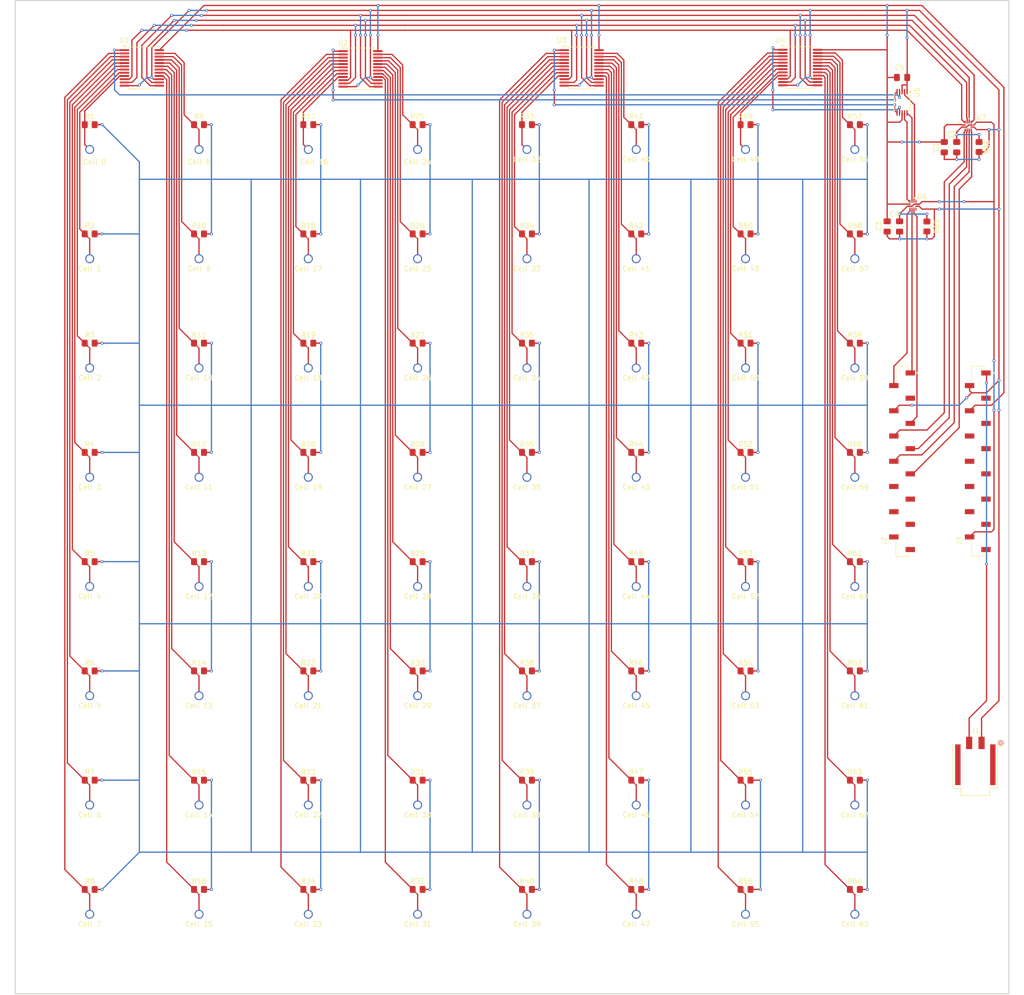
<source format=kicad_pcb>
(kicad_pcb (version 20241229) (generator "pcbnew") (generator_version "9.0")
  (title_block (title "ADC-BalanceBoard PCB") (date "2026-01-20") (rev "2.0.0"))
  (layers (0 "F.Cu" signal) (2 "B.Cu" signal) (13 "F.Paste" user) (15 "B.Paste" user) (5 "F.SilkS" user "F.Silkscreen") (7 "B.SilkS" user "B.Silkscreen") (1 "F.Mask" user) (3 "B.Mask" user) (25 "Edge.Cuts" user))
  (net 0 "")
  (net 1 "VIN")
  (net 2 "Cell1")
  (net 3 "Cell2")
  (net 4 "Cell3")
  (net 5 "Cell4")
  (net 6 "Cell5")
  (net 7 "Cell6")
  (net 8 "Cell7")
  (net 9 "Cell8")
  (net 10 "Cell9")
  (net 11 "Cell10")
  (net 12 "Cell11")
  (net 13 "Cell12")
  (net 14 "Cell13")
  (net 15 "Cell14")
  (net 16 "Cell15")
  (net 17 "Cell16")
  (net 18 "Cell17")
  (net 19 "Cell18")
  (net 20 "Cell19")
  (net 21 "Cell20")
  (net 22 "Cell21")
  (net 23 "Cell22")
  (net 24 "Cell23")
  (net 25 "Cell24")
  (net 26 "Cell25")
  (net 27 "Cell26")
  (net 28 "B")
  (net 29 "Cell27")
  (net 30 "+5V")
  (net 31 "GND")
  (net 32 "+3V3")
  (net 33 "Cell0")
  (net 34 "SA1_5V")
  (net 35 "SA0_5V")
  (net 36 "SA2_5V")
  (net 37 "SA3_5V")
  (net 38 "U1_Common")
  (net 39 "U2_Common")
  (net 40 "U3_Common")
  (net 41 "U4_Common")
  (net 42 "SCL_5V")
  (net 43 "SDA_5V")
  (net 44 "ALERT{slash}RDY_5V")
  (net 45 "ALERT{slash}RDY_3V3")
  (net 46 "SCL_3V3")
  (net 47 "Cell28")
  (net 48 "Cell29")
  (net 49 "Cell30")
  (net 50 "Cell31")
  (net 51 "Cell32")
  (net 52 "Cell33")
  (net 53 "Cell34")
  (net 54 "Cell35")
  (net 55 "Cell36")
  (net 56 "Cell37")
  (net 57 "Cell38")
  (net 58 "Cell39")
  (net 59 "Cell40")
  (net 60 "Cell41")
  (net 61 "Cell42")
  (net 62 "Cell43")
  (net 63 "Cell44")
  (net 64 "Cell45")
  (net 65 "Cell46")
  (net 66 "Cell47")
  (net 67 "Cell48")
  (net 68 "Cell49")
  (net 69 "Cell50")
  (net 70 "Cell51")
  (net 71 "Cell52")
  (net 72 "Cell53")
  (net 73 "Cell54")
  (net 74 "Cell55")
  (net 75 "Cell56")
  (net 76 "Cell57")
  (net 77 "Cell58")
  (net 78 "Cell59")
  (net 79 "Cell60")
  (net 80 "Cell61")
  (net 81 "Cell62")
  (net 82 "Cell63")
  (net 83 "SDA_3V3")
  (net 86 "SA3_3V3")
  (net 87 "SA0_3V3")
  (net 88 "SA2_3V3")
  (net 89 "SA1_3V3")
  (footprint "Resistor_SMD:R_0805_2012Metric_Pad1.20x1.40mm_HandSolder" (layer "F.Cu") (at 122 67)
    (property "Reference" "R10")
    (property "Value" "2")
  )
  (footprint "Resistor_SMD:R_0805_2012Metric_Pad1.20x1.40mm_HandSolder" (layer "F.Cu") (at 166 89)
    (property "Reference" "R27")
    (property "Value" "2")
  )
  (footprint "FS_4_Global_Footprint_Library:CPG-23-SMT-TR" (layer "F.Cu") (at 188 204)
    (property "Reference" "Cell 39")
    (property "Value" "CPG-23-SMT-TR")
  )
  (footprint "FS_4_Global_Footprint_Library:CPG-23-SMT-TR" (layer "F.Cu") (at 254 94)
    (property "Reference" "Cell 58")
    (property "Value" "CPG-23-SMT-TR")
  )
  (footprint "FS_4_Global_Footprint_Library:CPG-23-SMT-TR" (layer "F.Cu") (at 100 94)
    (property "Reference" "Cell 2")
    (property "Value" "CPG-23-SMT-TR")
  )
  (footprint "Capacitor_SMD:C_0805_2012Metric_Pad1.18x1.45mm_HandSolder" (layer "F.Cu") (at 263.5 35.5 180)
    (property "Reference" "C5")
    (property "Value" ".1uF")
  )
  (footprint "Resistor_SMD:R_0805_2012Metric_Pad1.20x1.40mm_HandSolder" (layer "F.Cu") (at 254 133)
    (property "Reference" "R61")
    (property "Value" "2")
  )
  (footprint "FS_4_Global_Footprint_Library:CPG-23-SMT-TR" (layer "F.Cu") (at 210 72)
    (property "Reference" "Cell 41")
    (property "Value" "CPG-23-SMT-TR")
  )
  (footprint "Resistor_SMD:R_0805_2012Metric_Pad1.20x1.40mm_HandSolder" (layer "F.Cu") (at 254 67)
    (property "Reference" "R58")
    (property "Value" "2")
  )
  (footprint "Resistor_SMD:R_0805_2012Metric_Pad1.20x1.40mm_HandSolder" (layer "F.Cu") (at 188 111)
    (property "Reference" "R36")
    (property "Value" "2")
  )
  (footprint "FS_4_Global_Footprint_Library:CPG-23-SMT-TR" (layer "F.Cu") (at 254 182)
    (property "Reference" "Cell 62")
    (property "Value" "CPG-23-SMT-TR")
  )
  (footprint "Resistor_SMD:R_0805_2012Metric_Pad1.20x1.40mm_HandSolder" (layer "F.Cu") (at 254 155)
    (property "Reference" "R62")
    (property "Value" "2")
  )
  (footprint "Resistor_SMD:R_0805_2012Metric_Pad1.20x1.40mm_HandSolder" (layer "F.Cu") (at 122 155)
    (property "Reference" "R14")
    (property "Value" "2")
  )
  (footprint "FS_4_Global_Footprint_Library:CPG-23-SMT-TR" (layer "F.Cu") (at 188 116)
    (property "Reference" "Cell 35")
    (property "Value" "CPG-23-SMT-TR")
  )
  (footprint "Resistor_SMD:R_0805_2012Metric_Pad1.20x1.40mm_HandSolder" (layer "F.Cu") (at 144 67)
    (property "Reference" "R18")
    (property "Value" "2")
  )
  (footprint "FS_4_Global_Footprint_Library:CPG-23-SMT-TR" (layer "F.Cu") (at 144 160)
    (property "Reference" "Cell 21")
    (property "Value" "CPG-23-SMT-TR")
  )
  (footprint "FS_4_Global_Footprint_Library:CPG-23-SMT-TR" (layer "F.Cu") (at 166 72)
    (property "Reference" "Cell 25")
    (property "Value" "CPG-23-SMT-TR")
  )
  (footprint "Resistor_SMD:R_0805_2012Metric_Pad1.20x1.40mm_HandSolder" (layer "F.Cu") (at 144 199)
    (property "Reference" "R24")
    (property "Value" "2")
  )
  (footprint "Resistor_SMD:R_0805_2012Metric_Pad1.20x1.40mm_HandSolder" (layer "F.Cu") (at 166 155)
    (property "Reference" "R30")
    (property "Value" "2")
  )
  (footprint "Capacitor_SMD:C_0805_2012Metric_Pad1.18x1.45mm_HandSolder" (layer "F.Cu") (at 260.5 65.5 90)
    (property "Reference" "C3")
    (property "Value" ".1uF")
  )
  (footprint "Resistor_SMD:R_0805_2012Metric_Pad1.20x1.40mm_HandSolder" (layer "F.Cu") (at 254 89)
    (property "Reference" "R59")
    (property "Value" "2")
  )
  (footprint "FS_4_Global_Footprint_Library:CPG-23-SMT-TR" (layer "F.Cu") (at 232 72)
    (property "Reference" "Cell 49")
    (property "Value" "CPG-23-SMT-TR")
  )
  (footprint "Resistor_SMD:R_0805_2012Metric_Pad1.20x1.40mm_HandSolder" (layer "F.Cu") (at 166 45)
    (property "Reference" "R25")
    (property "Value" "2")
  )
  (footprint "Resistor_SMD:R_0805_2012Metric_Pad1.20x1.40mm_HandSolder" (layer "F.Cu") (at 166 67)
    (property "Reference" "R26")
    (property "Value" "2")
  )
  (footprint "FS_4_Global_Footprint_Library:CPG-23-SMT-TR" (layer "F.Cu") (at 188 50)
    (property "Reference" "Cell 32")
    (property "Value" "CPG-23-SMT-TR")
  )
  (footprint "FS_4_Global_Footprint_Library:CPG-23-SMT-TR" (layer "F.Cu") (at 166 94)
    (property "Reference" "Cell 26")
    (property "Value" "CPG-23-SMT-TR")
  )
  (footprint "FS_4_Global_Footprint_Library:CPG-23-SMT-TR" (layer "F.Cu") (at 232 50)
    (property "Reference" "Cell 48")
    (property "Value" "CPG-23-SMT-TR")
  )
  (footprint "MountingHole:MountingHole_3.5mm" (layer "F.Cu") (at 280 215)
    (property "Reference" "REF**" (hide yes))
    (property "Value" "MountingHole_3.5mm")
  )
  (footprint "Resistor_SMD:R_0805_2012Metric_Pad1.20x1.40mm_HandSolder" (layer "F.Cu") (at 122 177)
    (property "Reference" "R15")
    (property "Value" "2")
  )
  (footprint "Resistor_SMD:R_0805_2012Metric_Pad1.20x1.40mm_HandSolder" (layer "F.Cu") (at 122 133)
    (property "Reference" "R13")
    (property "Value" "2")
  )
  (footprint "Resistor_SMD:R_0805_2012Metric_Pad1.20x1.40mm_HandSolder" (layer "F.Cu") (at 232 111)
    (property "Reference" "R52")
    (property "Value" "2")
  )
  (footprint "MountingHole:MountingHole_3.5mm" (layer "F.Cu") (at 280 25)
    (property "Reference" "REF**" (hide yes))
    (property "Value" "MountingHole_3.5mm")
  )
  (footprint "Resistor_SMD:R_0805_2012Metric_Pad1.20x1.40mm_HandSolder" (layer "F.Cu") (at 166 177)
    (property "Reference" "R31")
    (property "Value" "2")
  )
  (footprint "FS_4_Global_Footprint_Library:CPG-23-SMT-TR" (layer "F.Cu") (at 166 116)
    (property "Reference" "Cell 27")
    (property "Value" "CPG-23-SMT-TR")
  )
  (footprint "Resistor_SMD:R_0805_2012Metric_Pad1.20x1.40mm_HandSolder" (layer "F.Cu") (at 232 177)
    (property "Reference" "R55")
    (property "Value" "2")
  )
  (footprint "Capacitor_SMD:C_0805_2012Metric_Pad1.18x1.45mm_HandSolder" (layer "F.Cu") (at 263 65.5 90)
    (property "Reference" "C4")
    (property "Value" ".1uF")
  )
  (footprint "FS_4_Global_Footprint_Library:CPG-23-SMT-TR" (layer "F.Cu") (at 166 138)
    (property "Reference" "Cell 28")
    (property "Value" "CPG-23-SMT-TR")
  )
  (footprint "FS_4_Global_Footprint_Library:ULTRATHIN_MLP_12L_ONS-L" (layer "F.Cu") (at 265.7 61.2253)
    (property "Reference" "U6")
    (property "Value" "FXMAR2104UMX")
  )
  (footprint "Resistor_SMD:R_0805_2012Metric_Pad1.20x1.40mm_HandSolder" (layer "F.Cu") (at 188 67)
    (property "Reference" "R34")
    (property "Value" "2")
  )
  (footprint "FS_4_Global_Footprint_Library:CPG-23-SMT-TR" (layer "F.Cu") (at 210 182)
    (property "Reference" "Cell 46")
    (property "Value" "CPG-23-SMT-TR")
  )
  (footprint "FS_4_Global_Footprint_Library:CPG-23-SMT-TR" (layer "F.Cu") (at 144 72)
    (property "Reference" "Cell 17")
    (property "Value" "CPG-23-SMT-TR")
  )
  (footprint "Resistor_SMD:R_0805_2012Metric_Pad1.20x1.40mm_HandSolder" (layer "F.Cu") (at 232 199)
    (property "Reference" "R56")
    (property "Value" "2")
  )
  (footprint "FS_4_Global_Footprint_Library:CPG-23-SMT-TR" (layer "F.Cu") (at 232 204)
    (property "Reference" "Cell 55")
    (property "Value" "CPG-23-SMT-TR")
  )
  (footprint "FS_4_Global_Footprint_Library:CPG-23-SMT-TR" (layer "F.Cu") (at 210 50)
    (property "Reference" "Cell 40")
    (property "Value" "CPG-23-SMT-TR")
  )
  (footprint "MountingHole:MountingHole_3.5mm" (layer "F.Cu") (at 90 215)
    (property "Reference" "REF**" (hide yes))
    (property "Value" "MountingHole_3.5mm")
  )
  (footprint "Resistor_SMD:R_0805_2012Metric_Pad1.20x1.40mm_HandSolder" (layer "F.Cu") (at 210 199)
    (property "Reference" "R48")
    (property "Value" "2")
  )
  (footprint "FS_4_Global_Footprint_Library:CPG-23-SMT-TR" (layer "F.Cu") (at 254 138)
    (property "Reference" "Cell 60")
    (property "Value" "CPG-23-SMT-TR")
  )
  (footprint "Package_SO:SSOP-24_5.3x8.2mm_P0.65mm" (layer "F.Cu") (at 110.5 33.575)
    (property "Reference" "U1")
    (property "Value" "~")
  )
  (footprint "Resistor_SMD:R_0805_2012Metric_Pad1.20x1.40mm_HandSolder" (layer "F.Cu") (at 100 45)
    (property "Reference" "R1")
    (property "Value" "2")
  )
  (footprint "Resistor_SMD:R_0805_2012Metric_Pad1.20x1.40mm_HandSolder" (layer "F.Cu") (at 144 111)
    (property "Reference" "R20")
    (property "Value" "2")
  )
  (footprint "FS_4_Global_Footprint_Library:CPG-23-SMT-TR" (layer "F.Cu") (at 100 182)
    (property "Reference" "Cell 6")
    (property "Value" "CPG-23-SMT-TR")
  )
  (footprint "FS_4_Global_Footprint_Library:CPG-23-SMT-TR" (layer "F.Cu") (at 188 72)
    (property "Reference" "Cell 33")
    (property "Value" "CPG-23-SMT-TR")
  )
  (footprint "MountingHole:MountingHole_3.5mm" (layer "F.Cu") (at 90 25)
    (property "Reference" "REF**" (hide yes))
    (property "Value" "MountingHole_3.5mm")
  )
  (footprint "Package_SO:SSOP-24_5.3x8.2mm_P0.65mm" (layer "F.Cu") (at 243 33.5)
    (property "Reference" "U4")
    (property "Value" "~")
  )
  (footprint "FS_4_Global_Footprint_Library:CPG-23-SMT-TR" (layer "F.Cu") (at 166 160)
    (property "Reference" "Cell 29")
    (property "Value" "CPG-23-SMT-TR")
  )
  (footprint "FS_4_Global_Footprint_Library:CPG-23-SMT-TR" (layer "F.Cu") (at 188 160)
    (property "Reference" "Cell 37")
    (property "Value" "CPG-23-SMT-TR")
  )
  (footprint "FS_4_Global_Footprint_Library:HARWIN_M20-7861546" (layer "F.Cu") (at 263.5 112.78 90)
    (property "Reference" "J2")
    (property "Value" "HARWIN_M20-7861546")
  )
  (footprint "Capacitor_SMD:C_0805_2012Metric_Pad1.18x1.45mm_HandSolder" (layer "F.Cu") (at 274.5 49.5375 90)
    (property "Reference" "C2")
    (property "Value" ".1uF")
  )
  (footprint "FS_4_Global_Footprint_Library:CPG-23-SMT-TR" (layer "F.Cu") (at 232 182)
    (property "Reference" "Cell 54")
    (property "Value" "CPG-23-SMT-TR")
  )
  (footprint "Resistor_SMD:R_0805_2012Metric_Pad1.20x1.40mm_HandSolder" (layer "F.Cu") (at 268.5 65.5 -90)
    (property "Reference" "R65")
    (property "Value" "10k")
  )
  (footprint "Resistor_SMD:R_0805_2012Metric_Pad1.20x1.40mm_HandSolder" (layer "F.Cu") (at 232 133)
    (property "Reference" "R53")
    (property "Value" "2")
  )
  (footprint "Resistor_SMD:R_0805_2012Metric_Pad1.20x1.40mm_HandSolder" (layer "F.Cu") (at 188 45)
    (property "Reference" "R33")
    (property "Value" "2")
  )
  (footprint "FS_4_Global_Footprint_Library:CPG-23-SMT-TR" (layer "F.Cu") (at 210 160)
    (property "Reference" "Cell 45")
    (property "Value" "CPG-23-SMT-TR")
  )
  (footprint "Resistor_SMD:R_0805_2012Metric_Pad1.20x1.40mm_HandSolder" (layer "F.Cu") (at 122 111)
    (property "Reference" "R12")
    (property "Value" "2")
  )
  (footprint "Resistor_SMD:R_0805_2012Metric_Pad1.20x1.40mm_HandSolder" (layer "F.Cu") (at 100 67)
    (property "Reference" "R2")
    (property "Value" "2")
  )
  (footprint "FS_4_Global_Footprint_Library:CPG-23-SMT-TR" (layer "F.Cu") (at 232 138)
    (property "Reference" "Cell 52")
    (property "Value" "CPG-23-SMT-TR")
  )
  (footprint "Resistor_SMD:R_0805_2012Metric_Pad1.20x1.40mm_HandSolder" (layer "F.Cu") (at 232 89)
    (property "Reference" "R51")
    (property "Value" "2")
  )
  (footprint "FS_4_Global_Footprint_Library:CPG-23-SMT-TR" (layer "F.Cu") (at 210 94)
    (property "Reference" "Cell 42")
    (property "Value" "CPG-23-SMT-TR")
  )
  (footprint "Resistor_SMD:R_0805_2012Metric_Pad1.20x1.40mm_HandSolder" (layer "F.Cu") (at 100 111)
    (property "Reference" "R4")
    (property "Value" "2")
  )
  (footprint "Resistor_SMD:R_0805_2012Metric_Pad1.20x1.40mm_HandSolder" (layer "F.Cu") (at 144 177)
    (property "Reference" "R23")
    (property "Value" "2")
  )
  (footprint "FS_4_Global_Footprint_Library:CPG-23-SMT-TR" (layer "F.Cu") (at 100 138)
    (property "Reference" "Cell 4")
    (property "Value" "CPG-23-SMT-TR")
  )
  (footprint "Resistor_SMD:R_0805_2012Metric_Pad1.20x1.40mm_HandSolder" (layer "F.Cu") (at 188 89)
    (property "Reference" "R35")
    (property "Value" "2")
  )
  (footprint "Resistor_SMD:R_0805_2012Metric_Pad1.20x1.40mm_HandSolder" (layer "F.Cu") (at 122 45)
    (property "Reference" "R9")
    (property "Value" "2")
  )
  (footprint "Resistor_SMD:R_0805_2012Metric_Pad1.20x1.40mm_HandSolder" (layer "F.Cu") (at 144 89)
    (property "Reference" "R19")
    (property "Value" "2")
  )
  (footprint "FS_4_Global_Footprint_Library:HARWIN_M20-7861546" (layer "F.Cu") (at 278.74 112.78 90)
    (property "Reference" "J3")
    (property "Value" "HARWIN_M20-7861546")
  )
  (footprint "Resistor_SMD:R_0805_2012Metric_Pad1.20x1.40mm_HandSolder" (layer "F.Cu") (at 144 45)
    (property "Reference" "R17")
    (property "Value" "2")
  )
  (footprint "Resistor_SMD:R_0805_2012Metric_Pad1.20x1.40mm_HandSolder" (layer "F.Cu") (at 122 89)
    (property "Reference" "R11")
    (property "Value" "2")
  )
  (footprint "Resistor_SMD:R_0805_2012Metric_Pad1.20x1.40mm_HandSolder" (layer "F.Cu") (at 232 155)
    (property "Reference" "R54")
    (property "Value" "2")
  )
  (footprint "FS_4_Global_Footprint_Library:ULTRATHIN_MLP_12L_ONS-L" (layer "F.Cu") (at 276.8 45.2747)
    (property "Reference" "U7")
    (property "Value" "FXMAR2104UMX")
  )
  (footprint "FS_4_Global_Footprint_Library:CPG-23-SMT-TR" (layer "F.Cu") (at 100 160)
    (property "Reference" "Cell 5")
    (property "Value" "CPG-23-SMT-TR")
  )
  (footprint "FS_4_Global_Footprint_Library:CPG-23-SMT-TR" (layer "F.Cu") (at 100 72)
    (property "Reference" "Cell 1")
    (property "Value" "CPG-23-SMT-TR")
  )
  (footprint "Resistor_SMD:R_0805_2012Metric_Pad1.20x1.40mm_HandSolder" (layer "F.Cu") (at 100 199)
    (property "Reference" "R8")
    (property "Value" "2")
  )
  (footprint "Resistor_SMD:R_0805_2012Metric_Pad1.20x1.40mm_HandSolder" (layer "F.Cu") (at 188 199)
    (property "Reference" "R40")
    (property "Value" "2")
  )
  (footprint "Resistor_SMD:R_0805_2012Metric_Pad1.20x1.40mm_HandSolder" (layer "F.Cu") (at 210 155)
    (property "Reference" "R46")
    (property "Value" "2")
  )
  (footprint "Resistor_SMD:R_0805_2012Metric_Pad1.20x1.40mm_HandSolder" (layer "F.Cu") (at 100 177)
    (property "Reference" "R7")
    (property "Value" "2")
  )
  (footprint "Resistor_SMD:R_0805_2012Metric_Pad1.20x1.40mm_HandSolder" (layer "F.Cu") (at 210 133)
    (property "Reference" "R45")
    (property "Value" "2")
  )
  (footprint "FS_4_Global_Footprint_Library:CPG-23-SMT-TR" (layer "F.Cu") (at 254 204)
    (property "Reference" "Cell 63")
    (property "Value" "CPG-23-SMT-TR")
  )
  (footprint "Package_SO:TSSOP-10_3x3mm_P0.5mm" (layer "F.Cu") (at 263.5 40.5 -90)
    (property "Reference" "U5")
    (property "Value" "ADS1015IDGS")
  )
  (footprint "FS_4_Global_Footprint_Library:CPG-23-SMT-TR" (layer "F.Cu") (at 232 94)
    (property "Reference" "Cell 50")
    (property "Value" "CPG-23-SMT-TR")
  )
  (footprint "Resistor_SMD:R_0805_2012Metric_Pad1.20x1.40mm_HandSolder" (layer "F.Cu") (at 232 45)
    (property "Reference" "R49")
    (property "Value" "2")
  )
  (footprint "Resistor_SMD:R_0805_2012Metric_Pad1.20x1.40mm_HandSolder" (layer "F.Cu") (at 166 133)
    (property "Reference" "R29")
    (property "Value" "2")
  )
  (footprint "FS_4_Global_Footprint_Library:CPG-23-SMT-TR" (layer "F.Cu") (at 166 182)
    (property "Reference" "Cell 30")
    (property "Value" "CPG-23-SMT-TR")
  )
  (footprint "FS_4_Global_Footprint_Library:CPG-23-SMT-TR" (layer "F.Cu") (at 188 94)
    (property "Reference" "Cell 34")
    (property "Value" "CPG-23-SMT-TR")
  )
  (footprint "FS_4_Global_Footprint_Library:CPG-23-SMT-TR" (layer "F.Cu") (at 144 94)
    (property "Reference" "Cell 18")
    (property "Value" "CPG-23-SMT-TR")
  )
  (footprint "FS_4_Global_Footprint_Library:CPG-23-SMT-TR" (layer "F.Cu") (at 122 182)
    (property "Reference" "Cell 14")
    (property "Value" "CPG-23-SMT-TR")
  )
  (footprint "Resistor_SMD:R_0805_2012Metric_Pad1.20x1.40mm_HandSolder" (layer "F.Cu") (at 210 89)
    (property "Reference" "R43")
    (property "Value" "2")
  )
  (footprint "Resistor_SMD:R_0805_2012Metric_Pad1.20x1.40mm_HandSolder" (layer "F.Cu") (at 254 177)
    (property "Reference" "R63")
    (property "Value" "2")
  )
  (footprint "FS_4_Global_Footprint_Library:CPG-23-SMT-TR" (layer "F.Cu") (at 210 138)
    (property "Reference" "Cell 44")
    (property "Value" "CPG-23-SMT-TR")
  )
  (footprint "FS_4_Global_Footprint_Library:CONN_SD-105430-001_02_MOL" (layer "F.Cu") (at 278.25 174.183399)
    (property "Reference" "J1")
    (property "Value" "1054301102")
  )
  (footprint "FS_4_Global_Footprint_Library:CPG-23-SMT-TR" (layer "F.Cu") (at 166 50)
    (property "Reference" "Cell 24")
    (property "Value" "CPG-23-SMT-TR")
  )
  (footprint "FS_4_Global_Footprint_Library:CPG-23-SMT-TR" (layer "F.Cu") (at 210 204)
    (property "Reference" "Cell 47")
    (property "Value" "CPG-23-SMT-TR")
  )
  (footprint "Resistor_SMD:R_0805_2012Metric_Pad1.20x1.40mm_HandSolder" (layer "F.Cu") (at 188 177)
    (property "Reference" "R39")
    (property "Value" "2")
  )
  (footprint "Resistor_SMD:R_0805_2012Metric_Pad1.20x1.40mm_HandSolder" (layer "F.Cu") (at 100 89)
    (property "Reference" "R3")
    (property "Value" "2")
  )
  (footprint "Resistor_SMD:R_0805_2012Metric_Pad1.20x1.40mm_HandSolder" (layer "F.Cu") (at 210 111)
    (property "Reference" "R44")
    (property "Value" "2")
  )
  (footprint "Resistor_SMD:R_0805_2012Metric_Pad1.20x1.40mm_HandSolder" (layer "F.Cu") (at 254 199)
    (property "Reference" "R64")
    (property "Value" "2")
  )
  (footprint "Resistor_SMD:R_0805_2012Metric_Pad1.20x1.40mm_HandSolder" (layer "F.Cu") (at 210 177)
    (property "Reference" "R47")
    (property "Value" "2")
  )
  (footprint "Capacitor_SMD:C_0805_2012Metric_Pad1.18x1.45mm_HandSolder" (layer "F.Cu") (at 272 49.5375 90)
    (property "Reference" "C1")
    (property "Value" ".1uF")
  )
  (footprint "Resistor_SMD:R_0805_2012Metric_Pad1.20x1.40mm_HandSolder" (layer "F.Cu") (at 122 199)
    (property "Reference" "R16")
    (property "Value" "2")
  )
  (footprint "FS_4_Global_Footprint_Library:CPG-23-SMT-TR" (layer "F.Cu") (at 144 182)
    (property "Reference" "Cell 22")
    (property "Value" "CPG-23-SMT-TR")
  )
  (footprint "Resistor_SMD:R_0805_2012Metric_Pad1.20x1.40mm_HandSolder" (layer "F.Cu") (at 144 133)
    (property "Reference" "R21")
    (property "Value" "2")
  )
  (footprint "Resistor_SMD:R_0805_2012Metric_Pad1.20x1.40mm_HandSolder" (layer "F.Cu") (at 144 155)
    (property "Reference" "R22")
    (property "Value" "2")
  )
  (footprint "Package_SO:SSOP-24_5.3x8.2mm_P0.65mm" (layer "F.Cu") (at 199 33.575)
    (property "Reference" "U3")
    (property "Value" "~")
  )
  (footprint "FS_4_Global_Footprint_Library:CPG-23-SMT-TR" (layer "F.Cu") (at 122 116)
    (property "Reference" "Cell 11")
    (property "Value" "CPG-23-SMT-TR")
  )
  (footprint "FS_4_Global_Footprint_Library:CPG-23-SMT-TR" (layer "F.Cu") (at 232 160)
    (property "Reference" "Cell 53")
    (property "Value" "CPG-23-SMT-TR")
  )
  (footprint "FS_4_Global_Footprint_Library:CPG-23-SMT-TR" (layer "F.Cu") (at 254 72)
    (property "Reference" "Cell 57")
    (property "Value" "CPG-23-SMT-TR")
  )
  (footprint "Resistor_SMD:R_0805_2012Metric_Pad1.20x1.40mm_HandSolder" (layer "F.Cu") (at 232 67)
    (property "Reference" "R50")
    (property "Value" "2")
  )
  (footprint "FS_4_Global_Footprint_Library:CPG-23-SMT-TR" (layer "F.Cu") (at 122 94)
    (property "Reference" "Cell 10")
    (property "Value" "CPG-23-SMT-TR")
  )
  (footprint "FS_4_Global_Footprint_Library:CPG-23-SMT-TR" (layer "F.Cu") (at 210 116)
    (property "Reference" "Cell 43")
    (property "Value" "CPG-23-SMT-TR")
  )
  (footprint "FS_4_Global_Footprint_Library:CPG-23-SMT-TR" (layer "F.Cu") (at 100 50)
    (property "Reference" "Cell 0")
    (property "Value" "CPG-23-SMT-TR")
  )
  (footprint "FS_4_Global_Footprint_Library:CPG-23-SMT-TR" (layer "F.Cu") (at 122 204)
    (property "Reference" "Cell 15")
    (property "Value" "CPG-23-SMT-TR")
  )
  (footprint "Resistor_SMD:R_0805_2012Metric_Pad1.20x1.40mm_HandSolder" (layer "F.Cu") (at 100 133)
    (property "Reference" "R5")
    (property "Value" "2")
  )
  (footprint "Resistor_SMD:R_0805_2012Metric_Pad1.20x1.40mm_HandSolder" (layer "F.Cu") (at 279 49.5 -90)
    (property "Reference" "R66")
    (property "Value" "10k")
  )
  (footprint "Resistor_SMD:R_0805_2012Metric_Pad1.20x1.40mm_HandSolder" (layer "F.Cu") (at 188 133)
    (property "Reference" "R37")
    (property "Value" "2")
  )
  (footprint "FS_4_Global_Footprint_Library:CPG-23-SMT-TR" (layer "F.Cu") (at 122 138)
    (property "Reference" "Cell 12")
    (property "Value" "CPG-23-SMT-TR")
  )
  (footprint "FS_4_Global_Footprint_Library:CPG-23-SMT-TR" (layer "F.Cu") (at 122 72)
    (property "Reference" "Cell 9")
    (property "Value" "CPG-23-SMT-TR")
  )
  (footprint "FS_4_Global_Footprint_Library:CPG-23-SMT-TR" (layer "F.Cu") (at 100 204)
    (property "Reference" "Cell 7")
    (property "Value" "CPG-23-SMT-TR")
  )
  (footprint "FS_4_Global_Footprint_Library:CPG-23-SMT-TR" (layer "F.Cu") (at 122 50)
    (property "Reference" "Cell 8")
    (property "Value" "CPG-23-SMT-TR")
  )
  (footprint "FS_4_Global_Footprint_Library:CPG-23-SMT-TR" (layer "F.Cu") (at 254 116)
    (property "Reference" "Cell 59")
    (property "Value" "CPG-23-SMT-TR")
  )
  (footprint "FS_4_Global_Footprint_Library:CPG-23-SMT-TR" (layer "F.Cu") (at 232 116)
    (property "Reference" "Cell 51")
    (property "Value" "CPG-23-SMT-TR")
  )
  (footprint "FS_4_Global_Footprint_Library:CPG-23-SMT-TR" (layer "F.Cu") (at 144 50)
    (property "Reference" "Cell 16")
    (property "Value" "CPG-23-SMT-TR")
  )
  (footprint "Resistor_SMD:R_0805_2012Metric_Pad1.20x1.40mm_HandSolder" (layer "F.Cu") (at 254 45)
    (property "Reference" "R57")
    (property "Value" "2")
  )
  (footprint "Resistor_SMD:R_0805_2012Metric_Pad1.20x1.40mm_HandSolder" (layer "F.Cu") (at 166 111)
    (property "Reference" "R28")
    (property "Value" "2")
  )
  (footprint "FS_4_Global_Footprint_Library:CPG-23-SMT-TR" (layer "F.Cu") (at 254 160)
    (property "Reference" "Cell 61")
    (property "Value" "CPG-23-SMT-TR")
  )
  (footprint "Resistor_SMD:R_0805_2012Metric_Pad1.20x1.40mm_HandSolder" (layer "F.Cu") (at 210 45)
    (property "Reference" "R41")
    (property "Value" "2")
  )
  (footprint "FS_4_Global_Footprint_Library:CPG-23-SMT-TR" (layer "F.Cu") (at 100 116)
    (property "Reference" "Cell 3")
    (property "Value" "CPG-23-SMT-TR")
  )
  (footprint "Resistor_SMD:R_0805_2012Metric_Pad1.20x1.40mm_HandSolder" (layer "F.Cu") (at 166 199)
    (property "Reference" "R32")
    (property "Value" "2")
  )
  (footprint "Resistor_SMD:R_0805_2012Metric_Pad1.20x1.40mm_HandSolder" (layer "F.Cu") (at 254 111)
    (property "Reference" "R60")
    (property "Value" "2")
  )
  (footprint "FS_4_Global_Footprint_Library:CPG-23-SMT-TR" (layer "F.Cu") (at 144 204)
    (property "Reference" "Cell 23")
    (property "Value" "CPG-23-SMT-TR")
  )
  (footprint "FS_4_Global_Footprint_Library:CPG-23-SMT-TR" (layer "F.Cu") (at 122 160)
    (property "Reference" "Cell 13")
    (property "Value" "CPG-23-SMT-TR")
  )
  (footprint "FS_4_Global_Footprint_Library:CPG-23-SMT-TR" (layer "F.Cu") (at 166 204)
    (property "Reference" "Cell 31")
    (property "Value" "CPG-23-SMT-TR")
  )
  (footprint "FS_4_Global_Footprint_Library:CPG-23-SMT-TR" (layer "F.Cu") (at 188 138)
    (property "Reference" "Cell 36")
    (property "Value" "CPG-23-SMT-TR")
  )
  (footprint "Resistor_SMD:R_0805_2012Metric_Pad1.20x1.40mm_HandSolder" (layer "F.Cu") (at 188 155)
    (property "Reference" "R38")
    (property "Value" "2")
  )
  (footprint "FS_4_Global_Footprint_Library:CPG-23-SMT-TR" (layer "F.Cu") (at 144 116)
    (property "Reference" "Cell 19")
    (property "Value" "CPG-23-SMT-TR")
  )
  (footprint "Resistor_SMD:R_0805_2012Metric_Pad1.20x1.40mm_HandSolder" (layer "F.Cu") (at 100 155)
    (property "Reference" "R6")
    (property "Value" "2")
  )
  (footprint "FS_4_Global_Footprint_Library:CPG-23-SMT-TR" (layer "F.Cu") (at 188 182)
    (property "Reference" "Cell 38")
    (property "Value" "CPG-23-SMT-TR")
  )
  (footprint "FS_4_Global_Footprint_Library:CPG-23-SMT-TR" (layer "F.Cu") (at 254 50)
    (property "Reference" "Cell 56")
    (property "Value" "CPG-23-SMT-TR")
  )
  (footprint "FS_4_Global_Footprint_Library:CPG-23-SMT-TR" (layer "F.Cu") (at 144 138)
    (property "Reference" "Cell 20")
    (property "Value" "CPG-23-SMT-TR")
  )
  (footprint "Resistor_SMD:R_0805_2012Metric_Pad1.20x1.40mm_HandSolder" (layer "F.Cu") (at 210 67)
    (property "Reference" "R42")
    (property "Value" "2")
  )
  (footprint "Package_SO:SSOP-24_5.3x8.2mm_P0.65mm" (layer "F.Cu") (at 154.5 33.775)
    (property "Reference" "U2")
    (property "Value" "~")
  )
  (gr_rect (start 85 20) (end 285 220) (stroke (width 0.2)) (fill no) (layer "Edge.Cuts"))
  (gr_text "*" (at 275.0601 44.8747 0) (layer "F.SilkS") (effects (font (size 1 1))))
  (segment (start 277 164.5) (end 277 169.5) (width 0.254) (layer "F.Cu") (net 1))
  (segment (start 280.5 161) (end 277 164.5) (width 0.254) (layer "F.Cu") (net 1))
  (segment (start 280.39 95.39) (end 280.5 95.5) (width 0.254) (layer "F.Cu") (net 1))
  (segment (start 280.39 95) (end 280.39 95.39) (width 0.254) (layer "F.Cu") (net 1))
  (segment (start 280.5 95.5) (end 280.5 97) (width 0.254) (layer "F.Cu") (net 1))
  (segment (start 280.5 133.5) (end 280.5 161) (width 0.254) (layer "F.Cu") (net 1))
  (via (at 280.5 97) (size 0.6) (drill 0.3) (layers "F.Cu" "B.Cu") (net 1))
  (via (at 280.5 133.5) (size 0.6) (drill 0.3) (layers "F.Cu" "B.Cu") (net 1))
  (segment (start 280.5 97) (end 280.5 133.5) (width 0.254) (layer "B.Cu") (net 1))
  (segment (start 100 68) (end 99 67) (width 0.254) (layer "F.Cu") (net 2))
  (segment (start 100 72) (end 100 68) (width 0.254) (layer "F.Cu") (net 2))
  (segment (start 98 42.5) (end 98 66) (width 0.254) (layer "F.Cu") (net 2))
  (segment (start 107 34.55) (end 105.95 34.55) (width 0.254) (layer "F.Cu") (net 2))
  (segment (start 98 66) (end 99 67) (width 0.254) (layer "F.Cu") (net 2))
  (segment (start 105.95 34.55) (end 98 42.5) (width 0.254) (layer "F.Cu") (net 2))
  (segment (start 100 90) (end 99 89) (width 0.254) (layer "F.Cu") (net 3))
  (segment (start 107 33.9) (end 105.6 33.9) (width 0.254) (layer "F.Cu") (net 3))
  (segment (start 100 94) (end 100 90) (width 0.254) (layer "F.Cu") (net 3))
  (segment (start 97.5 42) (end 97.5 87.5) (width 0.254) (layer "F.Cu") (net 3))
  (segment (start 105.6 33.9) (end 97.5 42) (width 0.254) (layer "F.Cu") (net 3))
  (segment (start 97.5 87.5) (end 99 89) (width 0.254) (layer "F.Cu") (net 3))
  (segment (start 97 109) (end 99 111) (width 0.254) (layer "F.Cu") (net 4))
  (segment (start 107 33.25) (end 105.25 33.25) (width 0.254) (layer "F.Cu") (net 4))
  (segment (start 105.25 33.25) (end 97 41.5) (width 0.254) (layer "F.Cu") (net 4))
  (segment (start 100 116) (end 100 112) (width 0.254) (layer "F.Cu") (net 4))
  (segment (start 97 41.5) (end 97 109) (width 0.254) (layer "F.Cu") (net 4))
  (segment (start 100 112) (end 99 111) (width 0.254) (layer "F.Cu") (net 4))
  (segment (start 96.5 41) (end 104.9 32.6) (width 0.254) (layer "F.Cu") (net 5))
  (segment (start 99 133) (end 96.5 130.5) (width 0.254) (layer "F.Cu") (net 5))
  (segment (start 96.5 130.5) (end 96.5 41) (width 0.254) (layer "F.Cu") (net 5))
  (segment (start 104.9 32.6) (end 107 32.6) (width 0.254) (layer "F.Cu") (net 5))
  (segment (start 100 134) (end 100 138) (width 0.254) (layer "F.Cu") (net 5))
  (segment (start 99 133) (end 100 134) (width 0.254) (layer "F.Cu") (net 5))
  (segment (start 100 156) (end 100 160) (width 0.254) (layer "F.Cu") (net 6))
  (segment (start 96 152) (end 99 155) (width 0.254) (layer "F.Cu") (net 6))
  (segment (start 96 40.5) (end 96 152) (width 0.254) (layer "F.Cu") (net 6))
  (segment (start 107 31.95) (end 104.55 31.95) (width 0.254) (layer "F.Cu") (net 6))
  (segment (start 104.55 31.95) (end 96 40.5) (width 0.254) (layer "F.Cu") (net 6))
  (segment (start 99 155) (end 100 156) (width 0.254) (layer "F.Cu") (net 6))
  (segment (start 107 31.3) (end 104.2 31.3) (width 0.254) (layer "F.Cu") (net 7))
  (segment (start 95.5 40) (end 95.5 173.5) (width 0.254) (layer "F.Cu") (net 7))
  (segment (start 100 182) (end 100 178) (width 0.254) (layer "F.Cu") (net 7))
  (segment (start 104.2 31.3) (end 95.5 40) (width 0.254) (layer "F.Cu") (net 7))
  (segment (start 95.5 173.5) (end 99 177) (width 0.254) (layer "F.Cu") (net 7))
  (segment (start 100 178) (end 99 177) (width 0.254) (layer "F.Cu") (net 7))
  (segment (start 100 200) (end 99 199) (width 0.254) (layer "F.Cu") (net 8))
  (segment (start 95 195) (end 99 199) (width 0.254) (layer "F.Cu") (net 8))
  (segment (start 95 39.5) (end 95 195) (width 0.254) (layer "F.Cu") (net 8))
  (segment (start 103.85 30.65) (end 95 39.5) (width 0.254) (layer "F.Cu") (net 8))
  (segment (start 100 204) (end 100 200) (width 0.254) (layer "F.Cu") (net 8))
  (segment (start 107 30.65) (end 103.85 30.65) (width 0.254) (layer "F.Cu") (net 8))
  (segment (start 122 50) (end 122 46) (width 0.254) (layer "F.Cu") (net 9))
  (segment (start 119 32.5) (end 117.15 30.65) (width 0.254) (layer "F.Cu") (net 9))
  (segment (start 122 46) (end 121 45) (width 0.254) (layer "F.Cu") (net 9))
  (segment (start 119 43) (end 119 32.5) (width 0.254) (layer "F.Cu") (net 9))
  (segment (start 121 45) (end 119 43) (width 0.254) (layer "F.Cu") (net 9))
  (segment (start 117.15 30.65) (end 114 30.65) (width 0.254) (layer "F.Cu") (net 9))
  (segment (start 116.8 31.3) (end 118.5 33) (width 0.254) (layer "F.Cu") (net 10))
  (segment (start 118.5 64.5) (end 121 67) (width 0.254) (layer "F.Cu") (net 10))
  (segment (start 122 68) (end 121 67) (width 0.254) (layer "F.Cu") (net 10))
  (segment (start 122 72) (end 122 68) (width 0.254) (layer "F.Cu") (net 10))
  (segment (start 118.5 33) (end 118.5 64.5) (width 0.254) (layer "F.Cu") (net 10))
  (segment (start 114 31.3) (end 116.8 31.3) (width 0.254) (layer "F.Cu") (net 10))
  (segment (start 122 94) (end 122 90) (width 0.254) (layer "F.Cu") (net 11))
  (segment (start 116.45 31.95) (end 118 33.5) (width 0.254) (layer "F.Cu") (net 11))
  (segment (start 118 86) (end 121 89) (width 0.254) (layer "F.Cu") (net 11))
  (segment (start 122 90) (end 121 89) (width 0.254) (layer "F.Cu") (net 11))
  (segment (start 118 33.5) (end 118 86) (width 0.254) (layer "F.Cu") (net 11))
  (segment (start 114 31.95) (end 116.45 31.95) (width 0.254) (layer "F.Cu") (net 11))
  (segment (start 121 111) (end 117.5 107.5) (width 0.254) (layer "F.Cu") (net 12))
  (segment (start 122 116) (end 122 112) (width 0.254) (layer "F.Cu") (net 12))
  (segment (start 117.5 107.5) (end 117.5 34) (width 0.254) (layer "F.Cu") (net 12))
  (segment (start 122 112) (end 121 111) (width 0.254) (layer "F.Cu") (net 12))
  (segment (start 117.5 34) (end 116.1 32.6) (width 0.254) (layer "F.Cu") (net 12))
  (segment (start 116.1 32.6) (end 114 32.6) (width 0.254) (layer "F.Cu") (net 12))
  (segment (start 122 138) (end 122 134) (width 0.254) (layer "F.Cu") (net 13))
  (segment (start 122 134) (end 121 133) (width 0.254) (layer "F.Cu") (net 13))
  (segment (start 117 34.5) (end 117 129) (width 0.254) (layer "F.Cu") (net 13))
  (segment (start 114 33.25) (end 115.75 33.25) (width 0.254) (layer "F.Cu") (net 13))
  (segment (start 117 129) (end 121 133) (width 0.254) (layer "F.Cu") (net 13))
  (segment (start 115.75 33.25) (end 117 34.5) (width 0.254) (layer "F.Cu") (net 13))
  (segment (start 115.4 33.9) (end 116.5 35) (width 0.254) (layer "F.Cu") (net 14))
  (segment (start 116.5 35) (end 116.5 150.5) (width 0.254) (layer "F.Cu") (net 14))
  (segment (start 116.5 150.5) (end 121 155) (width 0.254) (layer "F.Cu") (net 14))
  (segment (start 122 156) (end 122 160) (width 0.254) (layer "F.Cu") (net 14))
  (segment (start 114 33.9) (end 115.4 33.9) (width 0.254) (layer "F.Cu") (net 14))
  (segment (start 121 155) (end 122 156) (width 0.254) (layer "F.Cu") (net 14))
  (segment (start 114 34.55) (end 115.05 34.55) (width 0.254) (layer "F.Cu") (net 15))
  (segment (start 122 178) (end 121 177) (width 0.254) (layer "F.Cu") (net 15))
  (segment (start 122 182) (end 122 178) (width 0.254) (layer "F.Cu") (net 15))
  (segment (start 115.05 34.55) (end 116 35.5) (width 0.254) (layer "F.Cu") (net 15))
  (segment (start 116 35.5) (end 116 172) (width 0.254) (layer "F.Cu") (net 15))
  (segment (start 116 172) (end 121 177) (width 0.254) (layer "F.Cu") (net 15))
  (segment (start 122 200) (end 121 199) (width 0.254) (layer "F.Cu") (net 16))
  (segment (start 114 35.2) (end 114.766634 35.2) (width 0.254) (layer "F.Cu") (net 16))
  (segment (start 114.766634 35.2) (end 115.5 35.933366) (width 0.254) (layer "F.Cu") (net 16))
  (segment (start 115.5 193.5) (end 121 199) (width 0.254) (layer "F.Cu") (net 16))
  (segment (start 115.5 35.933366) (end 115.5 193.5) (width 0.254) (layer "F.Cu") (net 16))
  (segment (start 122 204) (end 122 200) (width 0.254) (layer "F.Cu") (net 16))
  (segment (start 143 45) (end 143 49) (width 0.254) (layer "F.Cu") (net 17))
  (segment (start 143 49) (end 144 50) (width 0.254) (layer "F.Cu") (net 17))
  (segment (start 151 35.4) (end 150.050001 35.4) (width 0.254) (layer "F.Cu") (net 17))
  (segment (start 150.050001 35.4) (end 143 42.450001) (width 0.254) (layer "F.Cu") (net 17))
  (segment (start 143 42.450001) (end 143 45) (width 0.254) (layer "F.Cu") (net 17))
  (segment (start 143 67) (end 141.5 65.5) (width 0.254) (layer "F.Cu") (net 18))
  (segment (start 141.5 43) (end 149.75 34.75) (width 0.254) (layer "F.Cu") (net 18))
  (segment (start 144 72) (end 144 68) (width 0.254) (layer "F.Cu") (net 18))
  (segment (start 144 68) (end 143 67) (width 0.254) (layer "F.Cu") (net 18))
  (segment (start 149.75 34.75) (end 151 34.75) (width 0.254) (layer "F.Cu") (net 18))
  (segment (start 141.5 65.5) (end 141.5 43) (width 0.254) (layer "F.Cu") (net 18))
  (segment (start 144 90) (end 143 89) (width 0.254) (layer "F.Cu") (net 19))
  (segment (start 144 94) (end 144 90) (width 0.254) (layer "F.Cu") (net 19))
  (segment (start 151 34.1) (end 149.4 34.1) (width 0.254) (layer "F.Cu") (net 19))
  (segment (start 141 87) (end 143 89) (width 0.254) (layer "F.Cu") (net 19))
  (segment (start 141 42.5) (end 141 87) (width 0.254) (layer "F.Cu") (net 19))
  (segment (start 149.4 34.1) (end 141 42.5) (width 0.254) (layer "F.Cu") (net 19))
  (segment (start 144 112) (end 143 111) (width 0.254) (layer "F.Cu") (net 20))
  (segment (start 151 33.45) (end 149.05 33.45) (width 0.254) (layer "F.Cu") (net 20))
  (segment (start 140.5 42) (end 140.5 108.5) (width 0.254) (layer "F.Cu") (net 20))
  (segment (start 149.05 33.45) (end 140.5 42) (width 0.254) (layer "F.Cu") (net 20))
  (segment (start 140.5 108.5) (end 143 111) (width 0.254) (layer "F.Cu") (net 20))
  (segment (start 144 116) (end 144 112) (width 0.254) (layer "F.Cu") (net 20))
  (segment (start 144 134) (end 143 133) (width 0.254) (layer "F.Cu") (net 21))
  (segment (start 140 41.5) (end 140 130) (width 0.254) (layer "F.Cu") (net 21))
  (segment (start 144 138) (end 144 134) (width 0.254) (layer "F.Cu") (net 21))
  (segment (start 148.7 32.8) (end 140 41.5) (width 0.254) (layer "F.Cu") (net 21))
  (segment (start 140 130) (end 143 133) (width 0.254) (layer "F.Cu") (net 21))
  (segment (start 151 32.8) (end 148.7 32.8) (width 0.254) (layer "F.Cu") (net 21))
  (segment (start 148.35 32.15) (end 139.5 41) (width 0.254) (layer "F.Cu") (net 22))
  (segment (start 144 160) (end 144 156) (width 0.254) (layer "F.Cu") (net 22))
  (segment (start 139.5 41) (end 139.5 151.5) (width 0.254) (layer "F.Cu") (net 22))
  (segment (start 151 32.15) (end 148.35 32.15) (width 0.254) (layer "F.Cu") (net 22))
  (segment (start 139.5 151.5) (end 143 155) (width 0.254) (layer "F.Cu") (net 22))
  (segment (start 144 156) (end 143 155) (width 0.254) (layer "F.Cu") (net 22))
  (segment (start 139 173) (end 143 177) (width 0.254) (layer "F.Cu") (net 23))
  (segment (start 139 40.5) (end 139 173) (width 0.254) (layer "F.Cu") (net 23))
  (segment (start 151 31.5) (end 148 31.5) (width 0.254) (layer "F.Cu") (net 23))
  (segment (start 144 178) (end 143 177) (width 0.254) (layer "F.Cu") (net 23))
  (segment (start 144 182) (end 144 178) (width 0.254) (layer "F.Cu") (net 23))
  (segment (start 148 31.5) (end 139 40.5) (width 0.254) (layer "F.Cu") (net 23))
  (segment (start 144 204) (end 144 200) (width 0.254) (layer "F.Cu") (net 24))
  (segment (start 138.5 194.5) (end 143 199) (width 0.254) (layer "F.Cu") (net 24))
  (segment (start 138.5 40) (end 138.5 194.5) (width 0.254) (layer "F.Cu") (net 24))
  (segment (start 151 30.85) (end 147.65 30.85) (width 0.254) (layer "F.Cu") (net 24))
  (segment (start 144 200) (end 143 199) (width 0.254) (layer "F.Cu") (net 24))
  (segment (start 147.65 30.85) (end 138.5 40) (width 0.254) (layer "F.Cu") (net 24))
  (segment (start 166 46) (end 166 50) (width 0.254) (layer "F.Cu") (net 25))
  (segment (start 160.85 30.85) (end 163 33) (width 0.254) (layer "F.Cu") (net 25))
  (segment (start 165 45) (end 166 46) (width 0.254) (layer "F.Cu") (net 25))
  (segment (start 163 33) (end 163 43) (width 0.254) (layer "F.Cu") (net 25))
  (segment (start 158 30.85) (end 160.85 30.85) (width 0.254) (layer "F.Cu") (net 25))
  (segment (start 163 43) (end 165 45) (width 0.254) (layer "F.Cu") (net 25))
  (segment (start 160.5 31.5) (end 162.5 33.5) (width 0.254) (layer "F.Cu") (net 26))
  (segment (start 162.5 64.5) (end 165 67) (width 0.254) (layer "F.Cu") (net 26))
  (segment (start 165 67) (end 166 68) (width 0.254) (layer "F.Cu") (net 26))
  (segment (start 166 68) (end 166 72) (width 0.254) (layer "F.Cu") (net 26))
  (segment (start 158 31.5) (end 160.5 31.5) (width 0.254) (layer "F.Cu") (net 26))
  (segment (start 162.5 33.5) (end 162.5 64.5) (width 0.254) (layer "F.Cu") (net 26))
  (segment (start 160.15 32.15) (end 162 34) (width 0.254) (layer "F.Cu") (net 27))
  (segment (start 166 90) (end 165 89) (width 0.254) (layer "F.Cu") (net 27))
  (segment (start 162 34) (end 162 86) (width 0.254) (layer "F.Cu") (net 27))
  (segment (start 162 86) (end 165 89) (width 0.254) (layer "F.Cu") (net 27))
  (segment (start 158 32.15) (end 160.15 32.15) (width 0.254) (layer "F.Cu") (net 27))
  (segment (start 166 94) (end 166 90) (width 0.254) (layer "F.Cu") (net 27))
  (segment (start 256.5 89) (end 255 89) (width 0.254) (layer "F.Cu") (net 28))
  (segment (start 101 89) (end 102.5 89) (width 0.254) (layer "F.Cu") (net 28))
  (segment (start 233 177) (end 235 177) (width 0.254) (layer "F.Cu") (net 28))
  (segment (start 101 111) (end 102.5 111) (width 0.254) (layer "F.Cu") (net 28))
  (segment (start 123 133) (end 124.5 133) (width 0.254) (layer "F.Cu") (net 28))
  (segment (start 256.5 45) (end 255 45) (width 0.254) (layer "F.Cu") (net 28))
  (segment (start 167 133) (end 168.5 133) (width 0.254) (layer "F.Cu") (net 28))
  (segment (start 167 177) (end 168.5 177) (width 0.254) (layer "F.Cu") (net 28))
  (segment (start 233 111) (end 234.5 111) (width 0.254) (layer "F.Cu") (net 28))
  (segment (start 233 155) (end 234.5 155) (width 0.254) (layer "F.Cu") (net 28))
  (segment (start 145 89) (end 146.5 89) (width 0.254) (layer "F.Cu") (net 28))
  (segment (start 167 89) (end 168.5 89) (width 0.254) (layer "F.Cu") (net 28))
  (segment (start 123 111) (end 124.5 111) (width 0.254) (layer "F.Cu") (net 28))
  (segment (start 233 45) (end 234.5 45) (width 0.254) (layer "F.Cu") (net 28))
  (segment (start 167 45) (end 168.5 45) (width 0.254) (layer "F.Cu") (net 28))
  (segment (start 256.5 133) (end 255 133) (width 0.254) (layer "F.Cu") (net 28))
  (segment (start 123 89) (end 124.5 89) (width 0.254) (layer "F.Cu") (net 28))
  (segment (start 101 155) (end 102.5 155) (width 0.254) (layer "F.Cu") (net 28))
  (segment (start 123 199) (end 124.5 199) (width 0.254) (layer "F.Cu") (net 28))
  (segment (start 256.5 199) (end 255 199) (width 0.254) (layer "F.Cu") (net 28))
  (segment (start 256.5 177) (end 255 177) (width 0.254) (layer "F.Cu") (net 28))
  (segment (start 211 67) (end 212.5 67) (width 0.254) (layer "F.Cu") (net 28))
  (segment (start 255 67) (end 256.5 67) (width 0.254) (layer "F.Cu") (net 28))
  (segment (start 233 89) (end 234.5 89) (width 0.254) (layer "F.Cu") (net 28))
  (segment (start 211 177) (end 212.5 177) (width 0.254) (layer "F.Cu") (net 28))
  (segment (start 189 45) (end 190.5 45) (width 0.254) (layer "F.Cu") (net 28))
  (segment (start 167 155) (end 168.5 155) (width 0.254) (layer "F.Cu") (net 28))
  (segment (start 211 45) (end 212.5 45) (width 0.254) (layer "F.Cu") (net 28))
  (segment (start 233 199) (end 235 199) (width 0.254) (layer "F.Cu") (net 28))
  (segment (start 123 45) (end 124.5 45) (width 0.254) (layer "F.Cu") (net 28))
  (segment (start 211 111) (end 212.5 111) (width 0.254) (layer "F.Cu") (net 28))
  (segment (start 189 155) (end 190.5 155) (width 0.254) (layer "F.Cu") (net 28))
  (segment (start 255 111) (end 256.5 111) (width 0.254) (layer "F.Cu") (net 28))
  (segment (start 211 199) (end 212.5 199) (width 0.254) (layer "F.Cu") (net 28))
  (segment (start 101 45) (end 102.5 45) (width 0.254) (layer "F.Cu") (net 28))
  (segment (start 211 155) (end 212.5 155) (width 0.254) (layer "F.Cu") (net 28))
  (segment (start 189 67) (end 190.5 67) (width 0.254) (layer "F.Cu") (net 28))
  (segment (start 145 177) (end 146.5 177) (width 0.254) (layer "F.Cu") (net 28))
  (segment (start 189 89) (end 190.5 89) (width 0.254) (layer "F.Cu") (net 28))
  (segment (start 145 45) (end 146.5 45) (width 0.254) (layer "F.Cu") (net 28))
  (segment (start 256.5 155) (end 255 155) (width 0.254) (layer "F.Cu") (net 28))
  (segment (start 167 111) (end 168.5 111) (width 0.254) (layer "F.Cu") (net 28))
  (segment (start 189 199) (end 190.5 199) (width 0.254) (layer "F.Cu") (net 28))
  (segment (start 145 133) (end 146.5 133) (width 0.254) (layer "F.Cu") (net 28))
  (segment (start 145 155) (end 146.5 155) (width 0.254) (layer "F.Cu") (net 28))
  (segment (start 189 111) (end 190.5 111) (width 0.254) (layer "F.Cu") (net 28))
  (segment (start 211 133) (end 212.5 133) (width 0.254) (layer "F.Cu") (net 28))
  (segment (start 145 199) (end 146.5 199) (width 0.254) (layer "F.Cu") (net 28))
  (segment (start 167 199) (end 168.5 199) (width 0.254) (layer "F.Cu") (net 28))
  (segment (start 233 67) (end 234.5 67) (width 0.254) (layer "F.Cu") (net 28))
  (segment (start 167 67) (end 168.5 67) (width 0.254) (layer "F.Cu") (net 28))
  (segment (start 145 67) (end 146.5 67) (width 0.254) (layer "F.Cu") (net 28))
  (segment (start 233 133) (end 234.5 133) (width 0.254) (layer "F.Cu") (net 28))
  (segment (start 145 111) (end 146.5 111) (width 0.254) (layer "F.Cu") (net 28))
  (segment (start 123 177) (end 124.5 177) (width 0.254) (layer "F.Cu") (net 28))
  (segment (start 123 155) (end 124.5 155) (width 0.254) (layer "F.Cu") (net 28))
  (segment (start 101 177) (end 102.5 177) (width 0.254) (layer "F.Cu") (net 28))
  (segment (start 101 67) (end 102.5 67) (width 0.254) (layer "F.Cu") (net 28))
  (segment (start 189 133) (end 190.5 133) (width 0.254) (layer "F.Cu") (net 28))
  (segment (start 101 199) (end 102.5 199) (width 0.254) (layer "F.Cu") (net 28))
  (segment (start 211 89) (end 212.5 89) (width 0.254) (layer "F.Cu") (net 28))
  (segment (start 189 177) (end 190.5 177) (width 0.254) (layer "F.Cu") (net 28))
  (segment (start 123 67) (end 124.5 67) (width 0.254) (layer "F.Cu") (net 28))
  (segment (start 101 133) (end 102.5 133) (width 0.254) (layer "F.Cu") (net 28))
  (via (at 168.5 45) (size 0.6) (drill 0.3) (layers "F.Cu" "B.Cu") (net 28))
  (via (at 102.5 89) (size 0.6) (drill 0.3) (layers "F.Cu" "B.Cu") (net 28))
  (via (at 212.5 67) (size 0.6) (drill 0.3) (layers "F.Cu" "B.Cu") (net 28))
  (via (at 146.5 199) (size 0.6) (drill 0.3) (layers "F.Cu" "B.Cu") (net 28))
  (via (at 235 177) (size 0.6) (drill 0.3) (layers "F.Cu" "B.Cu") (net 28))
  (via (at 234.5 67) (size 0.6) (drill 0.3) (layers "F.Cu" "B.Cu") (net 28))
  (via (at 190.5 177) (size 0.6) (drill 0.3) (layers "F.Cu" "B.Cu") (net 28))
  (via (at 256.5 133) (size 0.6) (drill 0.3) (layers "F.Cu" "B.Cu") (net 28))
  (via (at 168.5 199) (size 0.6) (drill 0.3) (layers "F.Cu" "B.Cu") (net 28))
  (via (at 124.5 155) (size 0.6) (drill 0.3) (layers "F.Cu" "B.Cu") (net 28))
  (via (at 234.5 89) (size 0.6) (drill 0.3) (layers "F.Cu" "B.Cu") (net 28))
  (via (at 124.5 199) (size 0.6) (drill 0.3) (layers "F.Cu" "B.Cu") (net 28))
  (via (at 146.5 177) (size 0.6) (drill 0.3) (layers "F.Cu" "B.Cu") (net 28))
  (via (at 190.5 45) (size 0.6) (drill 0.3) (layers "F.Cu" "B.Cu") (net 28))
  (via (at 168.5 133) (size 0.6) (drill 0.3) (layers "F.Cu" "B.Cu") (net 28))
  (via (at 146.5 133) (size 0.6) (drill 0.3) (layers "F.Cu" "B.Cu") (net 28))
  (via (at 212.5 111) (size 0.6) (drill 0.3) (layers "F.Cu" "B.Cu") (net 28))
  (via (at 212.5 155) (size 0.6) (drill 0.3) (layers "F.Cu" "B.Cu") (net 28))
  (via (at 146.5 111) (size 0.6) (drill 0.3) (layers "F.Cu" "B.Cu") (net 28))
  (via (at 124.5 89) (size 0.6) (drill 0.3) (layers "F.Cu" "B.Cu") (net 28))
  (via (at 102.5 199) (size 0.6) (drill 0.3) (layers "F.Cu" "B.Cu") (net 28))
  (via (at 124.5 67) (size 0.6) (drill 0.3) (layers "F.Cu" "B.Cu") (net 28))
  (via (at 102.5 111) (size 0.6) (drill 0.3) (layers "F.Cu" "B.Cu") (net 28))
  (via (at 168.5 111) (size 0.6) (drill 0.3) (layers "F.Cu" "B.Cu") (net 28))
  (via (at 190.5 199) (size 0.6) (drill 0.3) (layers "F.Cu" "B.Cu") (net 28))
  (via (at 256.5 155) (size 0.6) (drill 0.3) (layers "F.Cu" "B.Cu") (net 28))
  (via (at 234.5 45) (size 0.6) (drill 0.3) (layers "F.Cu" "B.Cu") (net 28))
  (via (at 256.5 111) (size 0.6) (drill 0.3) (layers "F.Cu" "B.Cu") (net 28))
  (via (at 234.5 111) (size 0.6) (drill 0.3) (layers "F.Cu" "B.Cu") (net 28))
  (via (at 256.5 45) (size 0.6) (drill 0.3) (layers "F.Cu" "B.Cu") (net 28))
  (via (at 212.5 89) (size 0.6) (drill 0.3) (layers "F.Cu" "B.Cu") (net 28))
  (via (at 124.5 45) (size 0.6) (drill 0.3) (layers "F.Cu" "B.Cu") (net 28))
  (via (at 256.5 177) (size 0.6) (drill 0.3) (layers "F.Cu" "B.Cu") (net 28))
  (via (at 102.5 155) (size 0.6) (drill 0.3) (layers "F.Cu" "B.Cu") (net 28))
  (via (at 212.5 133) (size 0.6) (drill 0.3) (layers "F.Cu" "B.Cu") (net 28))
  (via (at 212.5 177) (size 0.6) (drill 0.3) (layers "F.Cu" "B.Cu") (net 28))
  (via (at 168.5 89) (size 0.6) (drill 0.3) (layers "F.Cu" "B.Cu") (net 28))
  (via (at 168.5 177) (size 0.6) (drill 0.3) (layers "F.Cu" "B.Cu") (net 28))
  (via (at 102.5 133) (size 0.6) (drill 0.3) (layers "F.Cu" "B.Cu") (net 28))
  (via (at 190.5 111) (size 0.6) (drill 0.3) (layers "F.Cu" "B.Cu") (net 28))
  (via (at 168.5 67) (size 0.6) (drill 0.3) (layers "F.Cu" "B.Cu") (net 28))
  (via (at 102.5 45) (size 0.6) (drill 0.3) (layers "F.Cu" "B.Cu") (net 28))
  (via (at 212.5 45) (size 0.6) (drill 0.3) (layers "F.Cu" "B.Cu") (net 28))
  (via (at 190.5 155) (size 0.6) (drill 0.3) (layers "F.Cu" "B.Cu") (net 28))
  (via (at 256.5 89) (size 0.6) (drill 0.3) (layers "F.Cu" "B.Cu") (net 28))
  (via (at 146.5 67) (size 0.6) (drill 0.3) (layers "F.Cu" "B.Cu") (net 28))
  (via (at 234.5 155) (size 0.6) (drill 0.3) (layers "F.Cu" "B.Cu") (net 28))
  (via (at 190.5 133) (size 0.6) (drill 0.3) (layers "F.Cu" "B.Cu") (net 28))
  (via (at 146.5 45) (size 0.6) (drill 0.3) (layers "F.Cu" "B.Cu") (net 28))
  (via (at 212.5 199) (size 0.6) (drill 0.3) (layers "F.Cu" "B.Cu") (net 28))
  (via (at 146.5 89) (size 0.6) (drill 0.3) (layers "F.Cu" "B.Cu") (net 28))
  (via (at 124.5 111) (size 0.6) (drill 0.3) (layers "F.Cu" "B.Cu") (net 28))
  (via (at 102.5 177) (size 0.6) (drill 0.3) (layers "F.Cu" "B.Cu") (net 28))
  (via (at 102.5 67) (size 0.6) (drill 0.3) (layers "F.Cu" "B.Cu") (net 28))
  (via (at 234.5 133) (size 0.6) (drill 0.3) (layers "F.Cu" "B.Cu") (net 28))
  (via (at 190.5 89) (size 0.6) (drill 0.3) (layers "F.Cu" "B.Cu") (net 28))
  (via (at 256.5 67) (size 0.6) (drill 0.3) (layers "F.Cu" "B.Cu") (net 28))
  (via (at 124.5 133) (size 0.6) (drill 0.3) (layers "F.Cu" "B.Cu") (net 28))
  (via (at 190.5 67) (size 0.6) (drill 0.3) (layers "F.Cu" "B.Cu") (net 28))
  (via (at 124.5 177) (size 0.6) (drill 0.3) (layers "F.Cu" "B.Cu") (net 28))
  (via (at 168.5 155) (size 0.6) (drill 0.3) (layers "F.Cu" "B.Cu") (net 28))
  (via (at 146.5 155) (size 0.6) (drill 0.3) (layers "F.Cu" "B.Cu") (net 28))
  (via (at 256.5 199) (size 0.6) (drill 0.3) (layers "F.Cu" "B.Cu") (net 28))
  (via (at 235 199) (size 0.6) (drill 0.3) (layers "F.Cu" "B.Cu") (net 28))
  (segment (start 190.5 133) (end 190.5 145.5) (width 0.254) (layer "B.Cu") (net 28))
  (segment (start 110 177) (end 110 155) (width 0.254) (layer "B.Cu") (net 28))
  (segment (start 168.5 89) (end 168.5 101.5) (width 0.254) (layer "B.Cu") (net 28))
  (segment (start 256.5 56) (end 256.5 45) (width 0.254) (layer "B.Cu") (net 28))
  (segment (start 256.5 155) (end 256.5 145.5) (width 0.254) (layer "B.Cu") (net 28))
  (segment (start 146.5 56) (end 154.5 56) (width 0.254) (layer "B.Cu") (net 28))
  (segment (start 110 56) (end 110 52.5) (width 0.254) (layer "B.Cu") (net 28))
  (segment (start 168.5 199) (end 168.5 191.5) (width 0.254) (layer "B.Cu") (net 28))
  (segment (start 200.5 56) (end 201 56) (width 0.254) (layer "B.Cu") (net 28))
  (segment (start 177 191.5) (end 177 56) (width 0.254) (layer "B.Cu") (net 28))
  (segment (start 234.5 133) (end 234.5 145.5) (width 0.254) (layer "B.Cu") (net 28))
  (segment (start 146.5 101.5) (end 168.5 101.5) (width 0.254) (layer "B.Cu") (net 28))
  (segment (start 212.5 145.5) (end 234.5 145.5) (width 0.254) (layer "B.Cu") (net 28))
  (segment (start 124.5 155) (end 124.5 145.5) (width 0.254) (layer "B.Cu") (net 28))
  (segment (start 102.5 111) (end 110 111) (width 0.254) (layer "B.Cu") (net 28))
  (segment (start 212.5 56) (end 221 56) (width 0.254) (layer "B.Cu") (net 28))
  (segment (start 154.5 191.5) (end 168.5 191.5) (width 0.254) (layer "B.Cu") (net 28))
  (segment (start 102.5 177) (end 110 177) (width 0.254) (layer "B.Cu") (net 28))
  (segment (start 212.5 101.5) (end 234.5 101.5) (width 0.254) (layer "B.Cu") (net 28))
  (segment (start 212.5 155) (end 212.5 145.5) (width 0.254) (layer "B.Cu") (net 28))
  (segment (start 190.5 145.5) (end 212.5 145.5) (width 0.254) (layer "B.Cu") (net 28))
  (segment (start 212.5 133) (end 212.5 145.5) (width 0.254) (layer "B.Cu") (net 28))
  (segment (start 190.5 56) (end 200.5 56) (width 0.254) (layer "B.Cu") (net 28))
  (segment (start 235 191.5) (end 243.5 191.5) (width 0.254) (layer "B.Cu") (net 28))
  (segment (start 124.5 145.5) (end 146.5 145.5) (width 0.254) (layer "B.Cu") (net 28))
  (segment (start 124.5 89) (end 124.5 101.5) (width 0.254) (layer "B.Cu") (net 28))
  (segment (start 110 67) (end 110 56) (width 0.254) (layer "B.Cu") (net 28))
  (segment (start 212.5 89) (end 212.5 101.5) (width 0.254) (layer "B.Cu") (net 28))
  (segment (start 234.5 89) (end 234.5 101.5) (width 0.254) (layer "B.Cu") (net 28))
  (segment (start 146.5 155) (end 146.5 145.5) (width 0.254) (layer "B.Cu") (net 28))
  (segment (start 190.5 45) (end 190.5 56) (width 0.254) (layer "B.Cu") (net 28))
  (segment (start 256.5 191.5) (end 256.5 199) (width 0.254) (layer "B.Cu") (net 28))
  (segment (start 256.5 111) (end 256.5 101.5) (width 0.254) (layer "B.Cu") (net 28))
  (segment (start 234.5 56) (end 243.5 56) (width 0.254) (layer "B.Cu") (net 28))
  (segment (start 190.5 101.5) (end 212.5 101.5) (width 0.254) (layer "B.Cu") (net 28))
  (segment (start 110 56) (end 124.5 56) (width 0.254) (layer "B.Cu") (net 28))
  (segment (start 110 145.5) (end 110 133) (width 0.254) (layer "B.Cu") (net 28))
  (segment (start 154.5 56) (end 154.5 191.5) (width 0.254) (layer "B.Cu") (net 28))
  (segment (start 234.5 145.5) (end 256.5 145.5) (width 0.254) (layer "B.Cu") (net 28))
  (segment (start 168.5 45) (end 168.5 56) (width 0.254) (layer "B.Cu") (net 28))
  (segment (start 190.5 155) (end 190.5 145.5) (width 0.254) (layer "B.Cu") (net 28))
  (segment (start 190.5 191.5) (end 200.5 191.5) (width 0.254) (layer "B.Cu") (net 28))
  (segment (start 190.5 111) (end 190.5 101.5) (width 0.254) (layer "B.Cu") (net 28))
  (segment (start 221 56) (end 234.5 56) (width 0.254) (layer "B.Cu") (net 28))
  (segment (start 124.5 191.5) (end 132.5 191.5) (width 0.254) (layer "B.Cu") (net 28))
  (segment (start 102.5 45) (end 110 52.5) (width 0.254) (layer "B.Cu") (net 28))
  (segment (start 212.5 177) (end 212.5 191.5) (width 0.254) (layer "B.Cu") (net 28))
  (segment (start 146.5 89) (end 146.5 101.5) (width 0.254) (layer "B.Cu") (net 28))
  (segment (start 200.5 56.5) (end 200.5 56) (width 0.254) (layer "B.Cu") (net 28))
  (segment (start 110 133) (end 110 111) (width 0.254) (layer "B.Cu") (net 28))
  (segment (start 124.5 177) (end 124.5 191.5) (width 0.254) (layer "B.Cu") (net 28))
  (segment (start 124.5 101.5) (end 146.5 101.5) (width 0.254) (layer "B.Cu") (net 28))
  (segment (start 168.5 133) (end 168.5 145.5) (width 0.254) (layer "B.Cu") (net 28))
  (segment (start 168.5 177) (end 168.5 191.5) (width 0.254) (layer "B.Cu") (net 28))
  (segment (start 190.5 199) (end 190.5 191.5) (width 0.254) (layer "B.Cu") (net 28))
  (segment (start 234.5 111) (end 234.5 101.5) (width 0.254) (layer "B.Cu") (net 28))
  (segment (start 256.5 67) (end 256.5 56) (width 0.254) (layer "B.Cu") (net 28))
  (segment (start 124.5 111) (end 124.5 101.5) (width 0.254) (layer "B.Cu") (net 28))
  (segment (start 146.5 111) (end 146.5 101.5) (width 0.254) (layer "B.Cu") (net 28))
  (segment (start 235 177) (end 235 191.5) (width 0.254) (layer "B.Cu") (net 28))
  (segment (start 200.5 191.5) (end 200.5 56.5) (width 0.254) (layer "B.Cu") (net 28))
  (segment (start 190.5 67) (end 190.5 56) (width 0.254) (layer "B.Cu") (net 28))
  (segment (start 177 56) (end 190.5 56) (width 0.254) (layer "B.Cu") (net 28))
  (segment (start 110 145.5) (end 124.5 145.5) (width 0.254) (layer "B.Cu") (net 28))
  (segment (start 146.5 67) (end 146.5 56) (width 0.254) (layer "B.Cu") (net 28))
  (segment (start 146.5 199) (end 146.5 191.5) (width 0.254) (layer "B.Cu") (net 28))
  (segment (start 124.5 133) (end 124.5 145.5) (width 0.254) (layer "B.Cu") (net 28))
  (segment (start 168.5 67) (end 168.5 56) (width 0.254) (layer "B.Cu") (net 28))
  (segment (start 146.5 45) (end 146.5 56) (width 0.254) (layer "B.Cu") (net 28))
  (segment (start 110 155) (end 110 145.5) (width 0.254) (layer "B.Cu") (net 28))
  (segment (start 132.5 191.5) (end 146.5 191.5) (width 0.254) (layer "B.Cu") (net 28))
  (segment (start 168.5 145.5) (end 190.5 145.5) (width 0.254) (layer "B.Cu") (net 28))
  (segment (start 234.5 45) (end 234.5 56) (width 0.254) (layer "B.Cu") (net 28))
  (segment (start 168.5 56) (end 177 56) (width 0.254) (layer "B.Cu") (net 28))
  (segment (start 124.5 199) (end 124.5 191.5) (width 0.254) (layer "B.Cu") (net 28))
  (segment (start 132.5 56) (end 146.5 56) (width 0.254) (layer "B.Cu") (net 28))
  (segment (start 102.5 133) (end 110 133) (width 0.254) (layer "B.Cu") (net 28))
  (segment (start 190.5 177) (end 190.5 191.5) (width 0.254) (layer "B.Cu") (net 28))
  (segment (start 146.5 177) (end 146.5 191.5) (width 0.254) (layer "B.Cu") (net 28))
  (segment (start 221 191.5) (end 235 191.5) (width 0.254) (layer "B.Cu") (net 28))
  (segment (start 234.5 155) (end 234.5 145.5) (width 0.254) (layer "B.Cu") (net 28))
  (segment (start 256.5 145.5) (end 256.5 133) (width 0.254) (layer "B.Cu") (net 28))
  (segment (start 168.5 101.5) (end 190.5 101.5) (width 0.254) (layer "B.Cu") (net 28))
  (segment (start 102.5 199) (end 110 191.5) (width 0.254) (layer "B.Cu") (net 28))
  (segment (start 154.5 56) (end 168.5 56) (width 0.254) (layer "B.Cu") (net 28))
  (segment (start 146.5 145.5) (end 168.5 145.5) (width 0.254) (layer "B.Cu") (net 28))
  (segment (start 212.5 191.5) (end 221 191.5) (width 0.254) (layer "B.Cu") (net 28))
  (segment (start 110 101.5) (end 124.5 101.5) (width 0.254) (layer "B.Cu") (net 28))
  (segment (start 168.5 155) (end 168.5 145.5) (width 0.254) (layer "B.Cu") (net 28))
  (segment (start 256.5 101.5) (end 256.5 89) (width 0.254) (layer "B.Cu") (net 28))
  (segment (start 256.5 191.5) (end 256.5 177) (width 0.254) (layer "B.Cu") (net 28))
  (segment (start 243.5 191.5) (end 243.5 56) (width 0.254) (layer "B.Cu") (net 28))
  (segment (start 110 191.5) (end 124.5 191.5) (width 0.254) (layer "B.Cu") (net 28))
  (segment (start 234.5 67) (end 234.5 56) (width 0.254) (layer "B.Cu") (net 28))
  (segment (start 234.5 101.5) (end 256.5 101.5) (width 0.254) (layer "B.Cu") (net 28))
  (segment (start 168.5 111) (end 168.5 101.5) (width 0.254) (layer "B.Cu") (net 28))
  (segment (start 212.5 67) (end 212.5 56) (width 0.254) (layer "B.Cu") (net 28))
  (segment (start 212.5 45) (end 212.5 56) (width 0.254) (layer "B.Cu") (net 28))
  (segment (start 221 191.5) (end 221 56) (width 0.254) (layer "B.Cu") (net 28))
  (segment (start 110 191.5) (end 110 177) (width 0.254) (layer "B.Cu") (net 28))
  (segment (start 168.5 191.5) (end 177 191.5) (width 0.254) (layer "B.Cu") (net 28))
  (segment (start 235 199) (end 235 191.5) (width 0.254) (layer "B.Cu") (net 28))
  (segment (start 102.5 155) (end 110 155) (width 0.254) (layer "B.Cu") (net 28))
  (segment (start 124.5 67) (end 124.5 56) (width 0.254) (layer "B.Cu") (net 28))
  (segment (start 212.5 199) (end 212.5 191.5) (width 0.254) (layer "B.Cu") (net 28))
  (segment (start 124.5 56) (end 132.5 56) (width 0.254) (layer "B.Cu") (net 28))
  (segment (start 212.5 111) (end 212.5 101.5) (width 0.254) (layer "B.Cu") (net 28))
  (segment (start 132.5 56) (end 132.5 191.5) (width 0.254) (layer "B.Cu") (net 28))
  (segment (start 146.5 133) (end 146.5 145.5) (width 0.254) (layer "B.Cu") (net 28))
  (segment (start 200.5 191.5) (end 212.5 191.5) (width 0.254) (layer "B.Cu") (net 28))
  (segment (start 177 191.5) (end 190.5 191.5) (width 0.254) (layer "B.Cu") (net 28))
  (segment (start 102.5 67) (end 110 67) (width 0.254) (layer "B.Cu") (net 28))
  (segment (start 102.5 89) (end 110 89) (width 0.254) (layer "B.Cu") (net 28))
  (segment (start 243.5 56) (end 256.5 56) (width 0.254) (layer "B.Cu") (net 28))
  (segment (start 110 101.5) (end 110 89) (width 0.254) (layer "B.Cu") (net 28))
  (segment (start 201 56) (end 212.5 56) (width 0.254) (layer "B.Cu") (net 28))
  (segment (start 124.5 45) (end 124.5 56) (width 0.254) (layer "B.Cu") (net 28))
  (segment (start 110 111) (end 110 101.5) (width 0.254) (layer "B.Cu") (net 28))
  (segment (start 190.5 89) (end 190.5 101.5) (width 0.254) (layer "B.Cu") (net 28))
  (segment (start 110 89) (end 110 67) (width 0.254) (layer "B.Cu") (net 28))
  (segment (start 146.5 191.5) (end 154.5 191.5) (width 0.254) (layer "B.Cu") (net 28))
  (segment (start 243.5 191.5) (end 256.5 191.5) (width 0.254) (layer "B.Cu") (net 28))
  (segment (start 166 112) (end 165 111) (width 0.254) (layer "F.Cu") (net 29))
  (segment (start 159.8 32.8) (end 161.5 34.5) (width 0.254) (layer "F.Cu") (net 29))
  (segment (start 158 32.8) (end 159.8 32.8) (width 0.254) (layer "F.Cu") (net 29))
  (segment (start 161.5 107.5) (end 165 111) (width 0.254) (layer "F.Cu") (net 29))
  (segment (start 166 116) (end 166 112) (width 0.254) (layer "F.Cu") (net 29))
  (segment (start 161.5 34.5) (end 161.5 107.5) (width 0.254) (layer "F.Cu") (net 29))
  (segment (start 246.5 29.925) (end 260.425 29.925) (width 0.254) (layer "F.Cu") (net 30))
  (segment (start 263.5 44) (end 263 44.5) (width 0.254) (layer "F.Cu") (net 30))
  (segment (start 123.5 21) (end 158 21) (width 0.254) (layer "F.Cu") (net 30))
  (segment (start 260.5 30) (end 260.5 27) (width 0.254) (layer "F.Cu") (net 30))
  (segment (start 158 30.2) (end 158 29) (width 0.254) (layer "F.Cu") (net 30))
  (segment (start 260.5 44.5) (end 260.5 35.5) (width 0.254) (layer "F.Cu") (net 30))
  (segment (start 260.5 61) (end 260.5 48.5) (width 0.254) (layer "F.Cu") (net 30))
  (segment (start 260.5 61) (end 264.9 61) (width 0.254) (layer "F.Cu") (net 30))
  (segment (start 272 48.5) (end 272 45.5) (width 0.254) (layer "F.Cu") (net 30))
  (segment (start 260.5 64.4625) (end 260.5 61) (width 0.254) (layer "F.Cu") (net 30))
  (segment (start 114 30) (end 123 21) (width 0.254) (layer "F.Cu") (net 30))
  (segment (start 272 45.5) (end 272.5 45) (width 0.254) (layer "F.Cu") (net 30))
  (segment (start 263 44.5) (end 260.5 44.5) (width 0.254) (layer "F.Cu") (net 30))
  (segment (start 260.5 21) (end 202.5 21) (width 0.254) (layer "F.Cu") (net 30))
  (segment (start 281.5 101.5) (end 284 99) (width 0.254) (layer "F.Cu") (net 30))
  (segment (start 267.5 21) (end 260.5 21) (width 0.254) (layer "F.Cu") (net 30))
  (segment (start 263.5 48.5) (end 260.5 48.5) (width 0.254) (layer "F.Cu") (net 30))
  (segment (start 260.425 29.925) (end 260.5 30) (width 0.254) (layer "F.Cu") (net 30))
  (segment (start 123 21) (end 123.5 21) (width 0.254) (layer "F.Cu") (net 30))
  (segment (start 263.5 42.65) (end 263.5 44) (width 0.254) (layer "F.Cu") (net 30))
  (segment (start 202.5 21) (end 158 21) (width 0.254) (layer "F.Cu") (net 30))
  (segment (start 260.5 35.5) (end 260.5 30) (width 0.254) (layer "F.Cu") (net 30))
  (segment (start 202.5 30) (end 202.5 27) (width 0.254) (layer "F.Cu") (net 30))
  (segment (start 277.09 102.62) (end 278.21 101.5) (width 0.254) (layer "F.Cu") (net 30))
  (segment (start 260.5 35.5) (end 262.4625 35.5) (width 0.254) (layer "F.Cu") (net 30))
  (segment (start 276.0253 45.0747) (end 275.5747 45.0747) (width 0.254) (layer "F.Cu") (net 30))
  (segment (start 260.5 48.5) (end 260.5 44.5) (width 0.254) (layer "F.Cu") (net 30))
  (segment (start 278.21 101.5) (end 281.5 101.5) (width 0.254) (layer "F.Cu") (net 30))
  (segment (start 275.5747 45.0747) (end 275.5 45) (width 0.254) (layer "F.Cu") (net 30))
  (segment (start 284 37.5) (end 267.5 21) (width 0.254) (layer "F.Cu") (net 30))
  (segment (start 264.9 61) (end 264.9253 61.0253) (width 0.254) (layer "F.Cu") (net 30))
  (segment (start 284 99) (end 284 37.5) (width 0.254) (layer "F.Cu") (net 30))
  (segment (start 158 29) (end 158 27) (width 0.254) (layer "F.Cu") (net 30))
  (segment (start 275.5 45) (end 272.5 45) (width 0.254) (layer "F.Cu") (net 30))
  (segment (start 272 48.5) (end 267 48.5) (width 0.254) (layer "F.Cu") (net 30))
  (via (at 260.5 27) (size 0.6) (drill 0.3) (layers "F.Cu" "B.Cu") (net 30))
  (via (at 158 27) (size 0.6) (drill 0.3) (layers "F.Cu" "B.Cu") (net 30))
  (via (at 202.5 21) (size 0.6) (drill 0.3) (layers "F.Cu" "B.Cu") (net 30))
  (via (at 260.5 21) (size 0.6) (drill 0.3) (layers "F.Cu" "B.Cu") (net 30))
  (via (at 263.5 48.5) (size 0.6) (drill 0.3) (layers "F.Cu" "B.Cu") (net 30))
  (via (at 202.5 27) (size 0.6) (drill 0.3) (layers "F.Cu" "B.Cu") (net 30))
  (via (at 158 21) (size 0.6) (drill 0.3) (layers "F.Cu" "B.Cu") (net 30))
  (via (at 267 48.5) (size 0.6) (drill 0.3) (layers "F.Cu" "B.Cu") (net 30))
  (segment (start 267 48.5) (end 263.5 48.5) (width 0.254) (layer "B.Cu") (net 30))
  (segment (start 260.5 27) (end 260.5 21) (width 0.254) (layer "B.Cu") (net 30))
  (segment (start 202.5 27) (end 202.5 21) (width 0.254) (layer "B.Cu") (net 30))
  (segment (start 158 27) (end 158 21) (width 0.254) (layer "B.Cu") (net 30))
  (segment (start 279 50.5) (end 279 52) (width 0.254) (layer "F.Cu") (net 31))
  (segment (start 163.5 22) (end 201 22) (width 0.254) (layer "F.Cu") (net 31))
  (segment (start 112.5 35.5) (end 112.5 29.5) (width 0.254) (layer "F.Cu") (net 31))
  (segment (start 156.5 22) (end 163.5 22) (width 0.254) (layer "F.Cu") (net 31))
  (segment (start 127 22) (end 156.5 22) (width 0.254) (layer "F.Cu") (net 31))
  (segment (start 158 36.05) (end 157.05 36.05) (width 0.254) (layer "F.Cu") (net 31))
  (segment (start 270 67.5) (end 270 62) (width 0.254) (layer "F.Cu") (net 31))
  (segment (start 283 62) (end 283 46) (width 0.254) (layer "F.Cu") (net 31))
  (segment (start 281 49.5) (end 281 46) (width 0.254) (layer "F.Cu") (net 31))
  (segment (start 277.9747 45.4747) (end 278.5 46) (width 0.254) (layer "F.Cu") (net 31))
  (segment (start 283 46) (end 283 38) (width 0.254) (layer "F.Cu") (net 31))
  (segment (start 245 35.5) (end 245 27) (width 0.254) (layer "F.Cu") (net 31))
  (segment (start 264.5 22) (end 245 22) (width 0.254) (layer "F.Cu") (net 31))
  (segment (start 264.5 37) (end 264.5 38.35) (width 0.254) (layer "F.Cu") (net 31))
  (segment (start 201.35 35.85) (end 201 35.5) (width 0.254) (layer "F.Cu") (net 31))
  (segment (start 272 50.575) (end 272 52) (width 0.254) (layer "F.Cu") (net 31))
  (segment (start 112.85 35.85) (end 112.5 35.5) (width 0.254) (layer "F.Cu") (net 31))
  (segment (start 264.5375 35.5) (end 264.5375 35.9625) (width 0.254) (layer "F.Cu") (net 31))
  (segment (start 267.5 62) (end 270 62) (width 0.254) (layer "F.Cu") (net 31))
  (segment (start 242.425 37.075) (end 242.5 37) (width 0.254) (layer "F.Cu") (net 31))
  (segment (start 201 22) (end 245 22) (width 0.254) (layer "F.Cu") (net 31))
  (segment (start 269.5 68) (end 270 67.5) (width 0.254) (layer "F.Cu") (net 31))
  (segment (start 283 161) (end 279.5 164.5) (width 0.254) (layer "F.Cu") (net 31))
  (segment (start 114 35.85) (end 112.85 35.85) (width 0.254) (layer "F.Cu") (net 31))
  (segment (start 283 102.5) (end 283 161) (width 0.254) (layer "F.Cu") (net 31))
  (segment (start 198.35 37.15) (end 198.5 37) (width 0.254) (layer "F.Cu") (net 31))
  (segment (start 277.09 98.59) (end 277.5 99) (width 0.254) (layer "F.Cu") (net 31))
  (segment (start 268.5 68) (end 269.5 68) (width 0.254) (layer "F.Cu") (net 31))
  (segment (start 107 37.15) (end 109.85 37.15) (width 0.254) (layer "F.Cu") (net 31))
  (segment (start 264.5375 27.5375) (end 264.5 27.5) (width 0.254) (layer "F.Cu") (net 31))
  (segment (start 201 35.5) (end 201 27) (width 0.254) (layer "F.Cu") (net 31))
  (segment (start 246.5 35.775) (end 245.275 35.775) (width 0.254) (layer "F.Cu") (net 31))
  (segment (start 260.5 67.5) (end 261 68) (width 0.254) (layer "F.Cu") (net 31))
  (segment (start 280 50.5) (end 281 49.5) (width 0.254) (layer "F.Cu") (net 31))
  (segment (start 260.5 66.5375) (end 260.5 67.5) (width 0.254) (layer "F.Cu") (net 31))
  (segment (start 264.5375 35.5) (end 264.5375 27.5375) (width 0.254) (layer "F.Cu") (net 31))
  (segment (start 279 50.5) (end 280 50.5) (width 0.254) (layer "F.Cu") (net 31))
  (segment (start 195.5 37.15) (end 198.35 37.15) (width 0.254) (layer "F.Cu") (net 31))
  (segment (start 270 62) (end 271 62) (width 0.254) (layer "F.Cu") (net 31))
  (segment (start 279.5 164.5) (end 279.5 169.5) (width 0.254) (layer "F.Cu") (net 31))
  (segment (start 202.5 35.85) (end 201.35 35.85) (width 0.254) (layer "F.Cu") (net 31))
  (segment (start 151 37.35) (end 153.65 37.35) (width 0.254) (layer "F.Cu") (net 31))
  (segment (start 239.5 37.075) (end 242.425 37.075) (width 0.254) (layer "F.Cu") (net 31))
  (segment (start 153.65 37.35) (end 154 37) (width 0.254) (layer "F.Cu") (net 31))
  (segment (start 268.5 68) (end 268.5 66.5) (width 0.254) (layer "F.Cu") (net 31))
  (segment (start 280.5 99) (end 283 96.5) (width 0.254) (layer "F.Cu") (net 31))
  (segment (start 157.05 36.05) (end 156.5 35.5) (width 0.254) (layer "F.Cu") (net 31))
  (segment (start 276.5 100) (end 277.5 99) (width 0.254) (layer "F.Cu") (net 31))
  (segment (start 274.5 52) (end 274.5 50.575) (width 0.254) (layer "F.Cu") (net 31))
  (segment (start 261.85 102.62) (end 262.97 101.5) (width 0.254) (layer "F.Cu") (net 31))
  (segment (start 262.97 101.5) (end 265.5 101.5) (width 0.254) (layer "F.Cu") (net 31))
  (segment (start 277.5747 45.4747) (end 277.9747 45.4747) (width 0.254) (layer "F.Cu") (net 31))
  (segment (start 278.5 46) (end 281 46) (width 0.254) (layer "F.Cu") (net 31))
  (segment (start 266.4747 61.4253) (end 266.9253 61.4253) (width 0.254) (layer "F.Cu") (net 31))
  (segment (start 277.09 97.54) (end 277.09 98.59) (width 0.254) (layer "F.Cu") (net 31))
  (segment (start 156.5 35.5) (end 156.5 29) (width 0.254) (layer "F.Cu") (net 31))
  (segment (start 264.5375 35.9625) (end 264.5 36) (width 0.254) (layer "F.Cu") (net 31))
  (segment (start 261 68) (end 263 68) (width 0.254) (layer "F.Cu") (net 31))
  (segment (start 277.5 99) (end 280.5 99) (width 0.254) (layer "F.Cu") (net 31))
  (segment (start 272 52) (end 274.5 52) (width 0.254) (layer "F.Cu") (net 31))
  (segment (start 120 22) (end 112.5 29.5) (width 0.254) (layer "F.Cu") (net 31))
  (segment (start 263.5 38.35) (end 263.5 37) (width 0.254) (layer "F.Cu") (net 31))
  (segment (start 267 22) (end 264.5 22) (width 0.254) (layer "F.Cu") (net 31))
  (segment (start 266.9253 61.4253) (end 267.5 62) (width 0.254) (layer "F.Cu") (net 31))
  (segment (start 264.5 36) (end 264.5 37) (width 0.254) (layer "F.Cu") (net 31))
  (segment (start 283 38) (end 267 22) (width 0.254) (layer "F.Cu") (net 31))
  (segment (start 263 66.5375) (end 263 68) (width 0.254) (layer "F.Cu") (net 31))
  (segment (start 123.5 22) (end 127 22) (width 0.254) (layer "F.Cu") (net 31))
  (segment (start 109.85 37.15) (end 110 37) (width 0.254) (layer "F.Cu") (net 31))
  (segment (start 283 96.5) (end 283 62) (width 0.254) (layer "F.Cu") (net 31))
  (segment (start 156.5 29) (end 156.5 27) (width 0.254) (layer "F.Cu") (net 31))
  (segment (start 245.275 35.775) (end 245 35.5) (width 0.254) (layer "F.Cu") (net 31))
  (segment (start 263.5 37) (end 264.5 37) (width 0.254) (layer "F.Cu") (net 31))
  (via (at 283 102.5) (size 0.6) (drill 0.3) (layers "F.Cu" "B.Cu") (net 31))
  (via (at 154 37) (size 0.6) (drill 0.3) (layers "F.Cu" "B.Cu") (net 31))
  (via (at 279 52) (size 0.6) (drill 0.3) (layers "F.Cu" "B.Cu") (net 31))
  (via (at 120 22) (size 0.6) (drill 0.3) (layers "F.Cu" "B.Cu") (net 31))
  (via (at 271 62) (size 0.6) (drill 0.3) (layers "F.Cu" "B.Cu") (net 31))
  (via (at 274.5 52) (size 0.6) (drill 0.3) (layers "F.Cu" "B.Cu") (net 31))
  (via (at 201 35.5) (size 0.6) (drill 0.3) (layers "F.Cu" "B.Cu") (net 31))
  (via (at 264.5 22) (size 0.6) (drill 0.3) (layers "F.Cu" "B.Cu") (net 31))
  (via (at 201 27) (size 0.6) (drill 0.3) (layers "F.Cu" "B.Cu") (net 31))
  (via (at 156.5 22) (size 0.6) (drill 0.3) (layers "F.Cu" "B.Cu") (net 31))
  (via (at 156.5 35.5) (size 0.6) (drill 0.3) (layers "F.Cu" "B.Cu") (net 31))
  (via (at 201 22) (size 0.6) (drill 0.3) (layers "F.Cu" "B.Cu") (net 31))
  (via (at 156.5 27) (size 0.6) (drill 0.3) (layers "F.Cu" "B.Cu") (net 31))
  (via (at 198.5 37) (size 0.6) (drill 0.3) (layers "F.Cu" "B.Cu") (net 31))
  (via (at 245 22) (size 0.6) (drill 0.3) (layers "F.Cu" "B.Cu") (net 31))
  (via (at 283 46) (size 0.6) (drill 0.3) (layers "F.Cu" "B.Cu") (net 31))
  (via (at 245 27) (size 0.6) (drill 0.3) (layers "F.Cu" "B.Cu") (net 31))
  (via (at 242.5 37) (size 0.6) (drill 0.3) (layers "F.Cu" "B.Cu") (net 31))
  (via (at 265.5 101.5) (size 0.6) (drill 0.3) (layers "F.Cu" "B.Cu") (net 31))
  (via (at 276.5 100) (size 0.6) (drill 0.3) (layers "F.Cu" "B.Cu") (net 31))
  (via (at 110 37) (size 0.6) (drill 0.3) (layers "F.Cu" "B.Cu") (net 31))
  (via (at 123.5 22) (size 0.6) (drill 0.3) (layers "F.Cu" "B.Cu") (net 31))
  (via (at 112.5 35.5) (size 0.6) (drill 0.3) (layers "F.Cu" "B.Cu") (net 31))
  (via (at 245 35.5) (size 0.6) (drill 0.3) (layers "F.Cu" "B.Cu") (net 31))
  (via (at 281 46) (size 0.6) (drill 0.3) (layers "F.Cu" "B.Cu") (net 31))
  (via (at 264.5 27.5) (size 0.6) (drill 0.3) (layers "F.Cu" "B.Cu") (net 31))
  (via (at 283 62) (size 0.6) (drill 0.3) (layers "F.Cu" "B.Cu") (net 31))
  (via (at 283 96.5) (size 0.6) (drill 0.3) (layers "F.Cu" "B.Cu") (net 31))
  (via (at 268.5 68) (size 0.6) (drill 0.3) (layers "F.Cu" "B.Cu") (net 31))
  (via (at 263 68) (size 0.6) (drill 0.3) (layers "F.Cu" "B.Cu") (net 31))
  (segment (start 123.5 22) (end 120.5 22) (width 0.254) (layer "B.Cu") (net 31))
  (segment (start 200 35.5) (end 201 35.5) (width 0.254) (layer "B.Cu") (net 31))
  (segment (start 283 96.5) (end 283 102.5) (width 0.254) (layer "B.Cu") (net 31))
  (segment (start 244 35.5) (end 245 35.5) (width 0.254) (layer "B.Cu") (net 31))
  (segment (start 281 46) (end 283 46) (width 0.254) (layer "B.Cu") (net 31))
  (segment (start 156.5 27) (end 156.5 22) (width 0.254) (layer "B.Cu") (net 31))
  (segment (start 198.5 37) (end 200 35.5) (width 0.254) (layer "B.Cu") (net 31))
  (segment (start 120.5 22) (end 120 22) (width 0.254) (layer "B.Cu") (net 31))
  (segment (start 264.5 27.5) (end 264.5 22) (width 0.254) (layer "B.Cu") (net 31))
  (segment (start 201 27) (end 201 22) (width 0.254) (layer "B.Cu") (net 31))
  (segment (start 245 27) (end 245 22) (width 0.254) (layer "B.Cu") (net 31))
  (segment (start 275 101.5) (end 276.5 100) (width 0.254) (layer "B.Cu") (net 31))
  (segment (start 279 52) (end 274.5 52) (width 0.254) (layer "B.Cu") (net 31))
  (segment (start 154 37) (end 155.5 35.5) (width 0.254) (layer "B.Cu") (net 31))
  (segment (start 271 62) (end 283 62) (width 0.254) (layer "B.Cu") (net 31))
  (segment (start 110 37) (end 111.5 35.5) (width 0.254) (layer "B.Cu") (net 31))
  (segment (start 111.5 35.5) (end 112.5 35.5) (width 0.254) (layer "B.Cu") (net 31))
  (segment (start 263 68) (end 268.5 68) (width 0.254) (layer "B.Cu") (net 31))
  (segment (start 155.5 35.5) (end 156.5 35.5) (width 0.254) (layer "B.Cu") (net 31))
  (segment (start 242.5 37) (end 244 35.5) (width 0.254) (layer "B.Cu") (net 31))
  (segment (start 265.5 101.5) (end 275 101.5) (width 0.254) (layer "B.Cu") (net 31))
  (segment (start 264.9253 61.4253) (end 264.5747 61.4253) (width 0.254) (layer "F.Cu") (net 32))
  (segment (start 282 60.5) (end 282 45) (width 0.254) (layer "F.Cu") (net 32))
  (segment (start 276.5131 45.4747) (end 276.9131 45.0747) (width 0.254) (layer "F.Cu") (net 32))
  (segment (start 278.11 127) (end 280.5 127) (width 0.254) (layer "F.Cu") (net 32))
  (segment (start 282 45) (end 281.5 44.5) (width 0.254) (layer "F.Cu") (net 32))
  (segment (start 278.5 44.5) (end 281.5 44.5) (width 0.254) (layer "F.Cu") (net 32))
  (segment (start 264.9253 61.4253) (end 265.5095 61.4253) (width 0.254) (layer "F.Cu") (net 32))
  (segment (start 276.9131 45.0747) (end 277.5747 45.0747) (width 0.254) (layer "F.Cu") (net 32))
  (segment (start 280.5 127) (end 281.5 127) (width 0.254) (layer "F.Cu") (net 32))
  (segment (start 282 126.5) (end 282 124.5) (width 0.254) (layer "F.Cu") (net 32))
  (segment (start 275.5253 45.4747) (end 274.5 46.5) (width 0.254) (layer "F.Cu") (net 32))
  (segment (start 274.5 47) (end 274.5 48.5) (width 0.254) (layer "F.Cu") (net 32))
  (segment (start 277.09 128.02) (end 278.11 127) (width 0.254) (layer "F.Cu") (net 32))
  (segment (start 276 60.5) (end 282 60.5) (width 0.254) (layer "F.Cu") (net 32))
  (segment (start 276.0253 45.4747) (end 276.5131 45.4747) (width 0.254) (layer "F.Cu") (net 32))
  (segment (start 266.9747 61.0253) (end 267.5 60.5) (width 0.254) (layer "F.Cu") (net 32))
  (segment (start 281.5 127) (end 282 126.5) (width 0.254) (layer "F.Cu") (net 32))
  (segment (start 264.5747 61.4253) (end 263 63) (width 0.254) (layer "F.Cu") (net 32))
  (segment (start 266.4747 61.0253) (end 266.9747 61.0253) (width 0.254) (layer "F.Cu") (net 32))
  (segment (start 267.5 60.5) (end 271 60.5) (width 0.254) (layer "F.Cu") (net 32))
  (segment (start 279 48.5) (end 279 47) (width 0.254) (layer "F.Cu") (net 32))
  (segment (start 277.9253 45.0747) (end 278.5 44.5) (width 0.254) (layer "F.Cu") (net 32))
  (segment (start 268.5 63) (end 268.5 64.5) (width 0.254) (layer "F.Cu") (net 32))
  (segment (start 274.5 46.5) (end 274.5 47) (width 0.254) (layer "F.Cu") (net 32))
  (segment (start 282 92.5) (end 282 60.5) (width 0.254) (layer "F.Cu") (net 32))
  (segment (start 263 64.4625) (end 263 63) (width 0.254) (layer "F.Cu") (net 32))
  (segment (start 265.9095 61.0253) (end 266.4747 61.0253) (width 0.254) (layer "F.Cu") (net 32))
  (segment (start 282 124.5) (end 282 102.5) (width 0.254) (layer "F.Cu") (net 32))
  (segment (start 276.0253 45.4747) (end 275.5253 45.4747) (width 0.254) (layer "F.Cu") (net 32))
  (segment (start 265.5095 61.4253) (end 265.9095 61.0253) (width 0.254) (layer "F.Cu") (net 32))
  (via (at 276 60.5) (size 0.6) (drill 0.3) (layers "F.Cu" "B.Cu") (net 32))
  (via (at 282 92.5) (size 0.6) (drill 0.3) (layers "F.Cu" "B.Cu") (net 32))
  (via (at 282 102.5) (size 0.6) (drill 0.3) (layers "F.Cu" "B.Cu") (net 32))
  (via (at 279 47) (size 0.6) (drill 0.3) (layers "F.Cu" "B.Cu") (net 32))
  (via (at 274.5 47) (size 0.6) (drill 0.3) (layers "F.Cu" "B.Cu") (net 32))
  (via (at 263 63) (size 0.6) (drill 0.3) (layers "F.Cu" "B.Cu") (net 32))
  (via (at 271 60.5) (size 0.6) (drill 0.3) (layers "F.Cu" "B.Cu") (net 32))
  (via (at 268.5 63) (size 0.6) (drill 0.3) (layers "F.Cu" "B.Cu") (net 32))
  (segment (start 271 60.5) (end 276 60.5) (width 0.254) (layer "B.Cu") (net 32))
  (segment (start 263 63) (end 268.5 63) (width 0.254) (layer "B.Cu") (net 32))
  (segment (start 279 47) (end 274.5 47) (width 0.254) (layer "B.Cu") (net 32))
  (segment (start 282 102.5) (end 282 92.5) (width 0.254) (layer "B.Cu") (net 32))
  (segment (start 99 49) (end 100 50) (width 0.254) (layer "F.Cu") (net 33))
  (segment (start 99 45) (end 99 49) (width 0.254) (layer "F.Cu") (net 33))
  (segment (start 107 35.2) (end 106.050001 35.2) (width 0.254) (layer "F.Cu") (net 33))
  (segment (start 99 42.250001) (end 99 45) (width 0.254) (layer "F.Cu") (net 33))
  (segment (start 106.050001 35.2) (end 99 42.250001) (width 0.254) (layer "F.Cu") (net 33))
  (segment (start 276.5 43.5) (end 276.6 43.6) (width 0.254) (layer "F.Cu") (net 34))
  (segment (start 242 25) (end 265 25) (width 0.254) (layer "F.Cu") (net 34))
  (segment (start 276.6 43.6) (end 276.6 44.5) (width 0.254) (layer "F.Cu") (net 34))
  (segment (start 197.5 36.5) (end 198 36) (width 0.254) (layer "F.Cu") (net 34))
  (segment (start 242 35.5) (end 242 27) (width 0.254) (layer "F.Cu") (net 34))
  (segment (start 239.5 36.425) (end 241.075 36.425) (width 0.254) (layer "F.Cu") (net 34))
  (segment (start 109.5 28.5) (end 113 25) (width 0.254) (layer "F.Cu") (net 34))
  (segment (start 163.5 25) (end 198 25) (width 0.254) (layer "F.Cu") (net 34))
  (segment (start 153.5 29) (end 153.5 27) (width 0.254) (layer "F.Cu") (net 34))
  (segment (start 198 36) (end 198 27) (width 0.254) (layer "F.Cu") (net 34))
  (segment (start 276.5 36.5) (end 276.5 43.5) (width 0.254) (layer "F.Cu") (net 34))
  (segment (start 241.075 36.425) (end 242 35.5) (width 0.254) (layer "F.Cu") (net 34))
  (segment (start 151 36.7) (end 152.3 36.7) (width 0.254) (layer "F.Cu") (net 34))
  (segment (start 195.5 36.5) (end 197.5 36.5) (width 0.254) (layer "F.Cu") (net 34))
  (segment (start 265 25) (end 276.5 36.5) (width 0.254) (layer "F.Cu") (net 34))
  (segment (start 120.5 25) (end 127 25) (width 0.254) (layer "F.Cu") (net 34))
  (segment (start 198 25) (end 242 25) (width 0.254) (layer "F.Cu") (net 34))
  (segment (start 153.5 25) (end 163.5 25) (width 0.254) (layer "F.Cu") (net 34))
  (segment (start 108.5 36.5) (end 109.5 35.5) (width 0.254) (layer "F.Cu") (net 34))
  (segment (start 107 36.5) (end 108.5 36.5) (width 0.254) (layer "F.Cu") (net 34))
  (segment (start 127 25) (end 153.5 25) (width 0.254) (layer "F.Cu") (net 34))
  (segment (start 109.5 35.5) (end 109.5 28.5) (width 0.254) (layer "F.Cu") (net 34))
  (segment (start 152.3 36.7) (end 153.5 35.5) (width 0.254) (layer "F.Cu") (net 34))
  (segment (start 153.5 35.5) (end 153.5 29) (width 0.254) (layer "F.Cu") (net 34))
  (via (at 153.5 27) (size 0.6) (drill 0.3) (layers "F.Cu" "B.Cu") (net 34))
  (via (at 198 27) (size 0.6) (drill 0.3) (layers "F.Cu" "B.Cu") (net 34))
  (via (at 242 25) (size 0.6) (drill 0.3) (layers "F.Cu" "B.Cu") (net 34))
  (via (at 198 25) (size 0.6) (drill 0.3) (layers "F.Cu" "B.Cu") (net 34))
  (via (at 120.5 25) (size 0.6) (drill 0.3) (layers "F.Cu" "B.Cu") (net 34))
  (via (at 153.5 25) (size 0.6) (drill 0.3) (layers "F.Cu" "B.Cu") (net 34))
  (via (at 113 25) (size 0.6) (drill 0.3) (layers "F.Cu" "B.Cu") (net 34))
  (via (at 242 27) (size 0.6) (drill 0.3) (layers "F.Cu" "B.Cu") (net 34))
  (segment (start 198 27) (end 198 25) (width 0.254) (layer "B.Cu") (net 34))
  (segment (start 153.5 27) (end 153.5 25) (width 0.254) (layer "B.Cu") (net 34))
  (segment (start 242 27) (end 242 25) (width 0.254) (layer "B.Cu") (net 34))
  (segment (start 113 25) (end 120.5 25) (width 0.254) (layer "B.Cu") (net 34))
  (segment (start 264.5 26) (end 275.5 37) (width 0.254) (layer "F.Cu") (net 35))
  (segment (start 108.5 35.299999) (end 108.5 29.5) (width 0.254) (layer "F.Cu") (net 35))
  (segment (start 119.5 26) (end 127 26) (width 0.254) (layer "F.Cu") (net 35))
  (segment (start 195.5 35.85) (end 196.449999 35.85) (width 0.254) (layer "F.Cu") (net 35))
  (segment (start 275.5 44) (end 275.5 37) (width 0.254) (layer "F.Cu") (net 35))
  (segment (start 197 26) (end 241 26) (width 0.254) (layer "F.Cu") (net 35))
  (segment (start 240.449999 35.775) (end 241 35.224999) (width 0.254) (layer "F.Cu") (net 35))
  (segment (start 108.5 28) (end 110.5 26) (width 0.254) (layer "F.Cu") (net 35))
  (segment (start 276.200001 44.5) (end 276 44.5) (width 0.254) (layer "F.Cu") (net 35))
  (segment (start 152.5 26) (end 163.5 26) (width 0.254) (layer "F.Cu") (net 35))
  (segment (start 151.949999 36.05) (end 152.5 35.499999) (width 0.254) (layer "F.Cu") (net 35))
  (segment (start 151 36.05) (end 151.949999 36.05) (width 0.254) (layer "F.Cu") (net 35))
  (segment (start 107 35.85) (end 107.949999 35.85) (width 0.254) (layer "F.Cu") (net 35))
  (segment (start 255.5 26) (end 264.5 26) (width 0.254) (layer "F.Cu") (net 35))
  (segment (start 276 44.5) (end 275.5 44) (width 0.254) (layer "F.Cu") (net 35))
  (segment (start 197 35.299999) (end 197 26) (width 0.254) (layer "F.Cu") (net 35))
  (segment (start 241 35.224999) (end 241 26) (width 0.254) (layer "F.Cu") (net 35))
  (segment (start 239.5 35.775) (end 240.449999 35.775) (width 0.254) (layer "F.Cu") (net 35))
  (segment (start 196.449999 35.85) (end 197 35.299999) (width 0.254) (layer "F.Cu") (net 35))
  (segment (start 127 26) (end 152.5 26) (width 0.254) (layer "F.Cu") (net 35))
  (segment (start 152.5 35.499999) (end 152.5 26) (width 0.254) (layer "F.Cu") (net 35))
  (segment (start 108.5 29.5) (end 108.5 28) (width 0.254) (layer "F.Cu") (net 35))
  (segment (start 107.949999 35.85) (end 108.5 35.299999) (width 0.254) (layer "F.Cu") (net 35))
  (segment (start 163.5 26) (end 197 26) (width 0.254) (layer "F.Cu") (net 35))
  (segment (start 241 26) (end 255.5 26) (width 0.254) (layer "F.Cu") (net 35))
  (via (at 110.5 26) (size 0.6) (drill 0.3) (layers "F.Cu" "B.Cu") (net 35))
  (via (at 119.5 26) (size 0.6) (drill 0.3) (layers "F.Cu" "B.Cu") (net 35))
  (segment (start 110.5 26) (end 119.5 26) (width 0.254) (layer "B.Cu") (net 35))
  (segment (start 155.5 35.5) (end 155.5 29) (width 0.254) (layer "F.Cu") (net 36))
  (segment (start 201 36.5) (end 200 35.5) (width 0.254) (layer "F.Cu") (net 36))
  (segment (start 127 24) (end 155.5 24) (width 0.254) (layer "F.Cu") (net 36))
  (segment (start 202.5 36.5) (end 201 36.5) (width 0.254) (layer "F.Cu") (net 36))
  (segment (start 246.5 36.425) (end 244.925 36.425) (width 0.254) (layer "F.Cu") (net 36))
  (segment (start 277 35.5) (end 277 44.5) (width 0.254) (layer "F.Cu") (net 36))
  (segment (start 244 24) (end 265.5 24) (width 0.254) (layer "F.Cu") (net 36))
  (segment (start 200 24) (end 244 24) (width 0.254) (layer "F.Cu") (net 36))
  (segment (start 155.5 24) (end 163.5 24) (width 0.254) (layer "F.Cu") (net 36))
  (segment (start 112.5 36.5) (end 111.5 35.5) (width 0.254) (layer "F.Cu") (net 36))
  (segment (start 111.5 35.5) (end 111.5 31) (width 0.254) (layer "F.Cu") (net 36))
  (segment (start 111.5 29.5) (end 117 24) (width 0.254) (layer "F.Cu") (net 36))
  (segment (start 244 35.5) (end 244 27) (width 0.254) (layer "F.Cu") (net 36))
  (segment (start 244.925 36.425) (end 244 35.5) (width 0.254) (layer "F.Cu") (net 36))
  (segment (start 265.5 24) (end 277 35.5) (width 0.254) (layer "F.Cu") (net 36))
  (segment (start 158 36.7) (end 156.7 36.7) (width 0.254) (layer "F.Cu") (net 36))
  (segment (start 114 36.5) (end 112.5 36.5) (width 0.254) (layer "F.Cu") (net 36))
  (segment (start 163.5 24) (end 200 24) (width 0.254) (layer "F.Cu") (net 36))
  (segment (start 155.5 29) (end 155.5 27) (width 0.254) (layer "F.Cu") (net 36))
  (segment (start 121.5 24) (end 127 24) (width 0.254) (layer "F.Cu") (net 36))
  (segment (start 111.5 31) (end 111.5 29.5) (width 0.254) (layer "F.Cu") (net 36))
  (segment (start 156.7 36.7) (end 155.5 35.5) (width 0.254) (layer "F.Cu") (net 36))
  (segment (start 200 35.5) (end 200 27) (width 0.254) (layer "F.Cu") (net 36))
  (via (at 200 27) (size 0.6) (drill 0.3) (layers "F.Cu" "B.Cu") (net 36))
  (via (at 244 24) (size 0.6) (drill 0.3) (layers "F.Cu" "B.Cu") (net 36))
  (via (at 155.5 24) (size 0.6) (drill 0.3) (layers "F.Cu" "B.Cu") (net 36))
  (via (at 244 27) (size 0.6) (drill 0.3) (layers "F.Cu" "B.Cu") (net 36))
  (via (at 121.5 24) (size 0.6) (drill 0.3) (layers "F.Cu" "B.Cu") (net 36))
  (via (at 117 24) (size 0.6) (drill 0.3) (layers "F.Cu" "B.Cu") (net 36))
  (via (at 155.5 27) (size 0.6) (drill 0.3) (layers "F.Cu" "B.Cu") (net 36))
  (via (at 200 24) (size 0.6) (drill 0.3) (layers "F.Cu" "B.Cu") (net 36))
  (segment (start 155.5 27) (end 155.5 24) (width 0.254) (layer "B.Cu") (net 36))
  (segment (start 200 27) (end 200 24) (width 0.254) (layer "B.Cu") (net 36))
  (segment (start 244 27) (end 244 24) (width 0.254) (layer "B.Cu") (net 36))
  (segment (start 117 24) (end 121.5 24) (width 0.254) (layer "B.Cu") (net 36))
  (segment (start 244.575 37.075) (end 243 35.5) (width 0.254) (layer "F.Cu") (net 37))
  (segment (start 243 35.5) (end 243 27) (width 0.254) (layer "F.Cu") (net 37))
  (segment (start 110.5 35.5) (end 110.5 29) (width 0.254) (layer "F.Cu") (net 37))
  (segment (start 122.5 23) (end 127 23) (width 0.254) (layer "F.Cu") (net 37))
  (segment (start 200.65 37.15) (end 199 35.5) (width 0.254) (layer "F.Cu") (net 37))
  (segment (start 199 23) (end 243 23) (width 0.254) (layer "F.Cu") (net 37))
  (segment (start 154.5 23) (end 163.5 23) (width 0.254) (layer "F.Cu") (net 37))
  (segment (start 154.5 35.5) (end 154.5 29) (width 0.254) (layer "F.Cu") (net 37))
  (segment (start 202.5 37.15) (end 200.65 37.15) (width 0.254) (layer "F.Cu") (net 37))
  (segment (start 110.5 29) (end 116.5 23) (width 0.254) (layer "F.Cu") (net 37))
  (segment (start 163.5 23) (end 199 23) (width 0.254) (layer "F.Cu") (net 37))
  (segment (start 127 23) (end 154.5 23) (width 0.254) (layer "F.Cu") (net 37))
  (segment (start 246.5 37.075) (end 244.575 37.075) (width 0.254) (layer "F.Cu") (net 37))
  (segment (start 255.5 23) (end 266 23) (width 0.254) (layer "F.Cu") (net 37))
  (segment (start 243 23) (end 255.5 23) (width 0.254) (layer "F.Cu") (net 37))
  (segment (start 154.5 29) (end 154.5 27) (width 0.254) (layer "F.Cu") (net 37))
  (segment (start 158 37.35) (end 156.35 37.35) (width 0.254) (layer "F.Cu") (net 37))
  (segment (start 199 35.5) (end 199 27) (width 0.254) (layer "F.Cu") (net 37))
  (segment (start 266 23) (end 277.5 34.5) (width 0.254) (layer "F.Cu") (net 37))
  (segment (start 277.399999 44.5) (end 277.5 44.5) (width 0.254) (layer "F.Cu") (net 37))
  (segment (start 277.5 44.5) (end 278 44) (width 0.254) (layer "F.Cu") (net 37))
  (segment (start 114 37.15) (end 112.15 37.15) (width 0.254) (layer "F.Cu") (net 37))
  (segment (start 112.15 37.15) (end 110.5 35.5) (width 0.254) (layer "F.Cu") (net 37))
  (segment (start 278 44) (end 278 35) (width 0.254) (layer "F.Cu") (net 37))
  (segment (start 156.35 37.35) (end 154.5 35.5) (width 0.254) (layer "F.Cu") (net 37))
  (segment (start 278 35) (end 277.5 34.5) (width 0.254) (layer "F.Cu") (net 37))
  (via (at 199 27) (size 0.6) (drill 0.3) (layers "F.Cu" "B.Cu") (net 37))
  (via (at 154.5 27) (size 0.6) (drill 0.3) (layers "F.Cu" "B.Cu") (net 37))
  (via (at 122.5 23) (size 0.6) (drill 0.3) (layers "F.Cu" "B.Cu") (net 37))
  (via (at 116.5 23) (size 0.6) (drill 0.3) (layers "F.Cu" "B.Cu") (net 37))
  (via (at 243 23) (size 0.6) (drill 0.3) (layers "F.Cu" "B.Cu") (net 37))
  (via (at 154.5 23) (size 0.6) (drill 0.3) (layers "F.Cu" "B.Cu") (net 37))
  (via (at 243 27) (size 0.6) (drill 0.3) (layers "F.Cu" "B.Cu") (net 37))
  (via (at 199 23) (size 0.6) (drill 0.3) (layers "F.Cu" "B.Cu") (net 37))
  (segment (start 154.5 27) (end 154.5 23) (width 0.254) (layer "B.Cu") (net 37))
  (segment (start 199 27) (end 199 23) (width 0.254) (layer "B.Cu") (net 37))
  (segment (start 116.5 23) (end 122.5 23) (width 0.254) (layer "B.Cu") (net 37))
  (segment (start 243 27) (end 243 23) (width 0.254) (layer "B.Cu") (net 37))
  (segment (start 263 39.5) (end 263 38.35) (width 0.254) (layer "F.Cu") (net 38))
  (segment (start 107 30) (end 105 30) (width 0.254) (layer "F.Cu") (net 38))
  (via (at 263 39.5) (size 0.6) (drill 0.3) (layers "F.Cu" "B.Cu") (net 38))
  (via (at 105 30) (size 0.6) (drill 0.3) (layers "F.Cu" "B.Cu") (net 38))
  (segment (start 262.5 39) (end 263 39.5) (width 0.254) (layer "B.Cu") (net 38))
  (segment (start 197.5 39) (end 245 39) (width 0.254) (layer "B.Cu") (net 38))
  (segment (start 153 39) (end 197.5 39) (width 0.254) (layer "B.Cu") (net 38))
  (segment (start 252.5 39) (end 262.5 39) (width 0.254) (layer "B.Cu") (net 38))
  (segment (start 245 39) (end 248 39) (width 0.254) (layer "B.Cu") (net 38))
  (segment (start 105 38) (end 106 39) (width 0.254) (layer "B.Cu") (net 38))
  (segment (start 106 39) (end 153 39) (width 0.254) (layer "B.Cu") (net 38))
  (segment (start 105 30) (end 105 38) (width 0.254) (layer "B.Cu") (net 38))
  (segment (start 248 39) (end 252.5 39) (width 0.254) (layer "B.Cu") (net 38))
  (segment (start 262 38.85) (end 262.5 38.35) (width 0.254) (layer "F.Cu") (net 39))
  (segment (start 149.2 30.2) (end 149 30) (width 0.254) (layer "F.Cu") (net 39))
  (segment (start 149 38) (end 149 40) (width 0.254) (layer "F.Cu") (net 39))
  (segment (start 262 40) (end 262 38.85) (width 0.254) (layer "F.Cu") (net 39))
  (segment (start 151 30.2) (end 149.2 30.2) (width 0.254) (layer "F.Cu") (net 39))
  (via (at 149 40) (size 0.6) (drill 0.3) (layers "F.Cu" "B.Cu") (net 39))
  (via (at 262 40) (size 0.6) (drill 0.3) (layers "F.Cu" "B.Cu") (net 39))
  (via (at 149 30) (size 0.6) (drill 0.3) (layers "F.Cu" "B.Cu") (net 39))
  (via (at 149 38) (size 0.6) (drill 0.3) (layers "F.Cu" "B.Cu") (net 39))
  (segment (start 197.5 40) (end 245 40) (width 0.254) (layer "B.Cu") (net 39))
  (segment (start 252.5 40) (end 262 40) (width 0.254) (layer "B.Cu") (net 39))
  (segment (start 149 40) (end 197.5 40) (width 0.254) (layer "B.Cu") (net 39))
  (segment (start 245 40) (end 252.5 40) (width 0.254) (layer "B.Cu") (net 39))
  (segment (start 149 30) (end 149 37.5) (width 0.254) (layer "B.Cu") (net 39))
  (segment (start 149 37.5) (end 149 38) (width 0.254) (layer "B.Cu") (net 39))
  (segment (start 195.5 30) (end 193.5 30) (width 0.254) (layer "F.Cu") (net 40))
  (segment (start 193.5 38) (end 193.5 41) (width 0.254) (layer "F.Cu") (net 40))
  (segment (start 262 41) (end 262 42.15) (width 0.254) (layer "F.Cu") (net 40))
  (segment (start 262 42.15) (end 262.5 42.65) (width 0.254) (layer "F.Cu") (net 40))
  (via (at 193.5 38) (size 0.6) (drill 0.3) (layers "F.Cu" "B.Cu") (net 40))
  (via (at 262 41) (size 0.6) (drill 0.3) (layers "F.Cu" "B.Cu") (net 40))
  (via (at 193.5 41) (size 0.6) (drill 0.3) (layers "F.Cu" "B.Cu") (net 40))
  (via (at 193.5 30) (size 0.6) (drill 0.3) (layers "F.Cu" "B.Cu") (net 40))
  (segment (start 245 41) (end 252 41) (width 0.254) (layer "B.Cu") (net 40))
  (segment (start 252 41) (end 252.5 41) (width 0.254) (layer "B.Cu") (net 40))
  (segment (start 252.5 41) (end 262 41) (width 0.254) (layer "B.Cu") (net 40))
  (segment (start 197.5 41) (end 245 41) (width 0.254) (layer "B.Cu") (net 40))
  (segment (start 193.5 41) (end 197.5 41) (width 0.254) (layer "B.Cu") (net 40))
  (segment (start 193.5 30) (end 193.5 38) (width 0.254) (layer "B.Cu") (net 40))
  (segment (start 237.925 29.925) (end 237.5 29.5) (width 0.254) (layer "F.Cu") (net 41))
  (segment (start 263 41.5) (end 263 42.65) (width 0.254) (layer "F.Cu") (net 41))
  (segment (start 239.5 29.925) (end 237.925 29.925) (width 0.254) (layer "F.Cu") (net 41))
  (segment (start 237.5 36.677047) (end 237.5 42) (width 0.254) (layer "F.Cu") (net 41))
  (segment (start 237.5 38) (end 237.5 36.677047) (width 0.254) (layer "F.Cu") (net 41))
  (via (at 263 41.5) (size 0.6) (drill 0.3) (layers "F.Cu" "B.Cu") (net 41))
  (via (at 237.5 38) (size 0.6) (drill 0.3) (layers "F.Cu" "B.Cu") (net 41))
  (via (at 237.5 29.5) (size 0.6) (drill 0.3) (layers "F.Cu" "B.Cu") (net 41))
  (via (at 237.5 42) (size 0.6) (drill 0.3) (layers "F.Cu" "B.Cu") (net 41))
  (segment (start 237.5 42) (end 252.5 42) (width 0.254) (layer "B.Cu") (net 41))
  (segment (start 252.5 42) (end 262.5 42) (width 0.254) (layer "B.Cu") (net 41))
  (segment (start 262.5 42) (end 263 41.5) (width 0.254) (layer "B.Cu") (net 41))
  (segment (start 237.5 29.5) (end 237.5 38) (width 0.254) (layer "B.Cu") (net 41))
  (segment (start 265.5 43.65) (end 264.5 42.65) (width 0.254) (layer "F.Cu") (net 42))
  (segment (start 265.5 60.4506) (end 265.5 43.65) (width 0.254) (layer "F.Cu") (net 42))
  (segment (start 265.100001 60.4506) (end 264.9506 60.4506) (width 0.254) (layer "F.Cu") (net 43))
  (segment (start 264 44) (end 264 42.65) (width 0.254) (layer "F.Cu") (net 43))
  (segment (start 264.5 44.5) (end 264 44) (width 0.254) (layer "F.Cu") (net 43))
  (segment (start 264.5 60) (end 264.5 44.5) (width 0.254) (layer "F.Cu") (net 43))
  (segment (start 264.9506 60.4506) (end 264.5 60) (width 0.254) (layer "F.Cu") (net 43))
  (segment (start 264 38.35) (end 264 39) (width 0.254) (layer "F.Cu") (net 44))
  (segment (start 265.9 59.6) (end 265.9 60.4506) (width 0.254) (layer "F.Cu") (net 44))
  (segment (start 264 39) (end 266 41) (width 0.254) (layer "F.Cu") (net 44))
  (segment (start 266 59.5) (end 265.9 59.6) (width 0.254) (layer "F.Cu") (net 44))
  (segment (start 266 41) (end 266 59.5) (width 0.254) (layer "F.Cu") (net 44))
  (segment (start 266.5 63.5) (end 266.5 103.81) (width 0.254) (layer "F.Cu") (net 45))
  (segment (start 265.9 62) (end 265.9 62.9) (width 0.254) (layer "F.Cu") (net 45))
  (segment (start 265.9 62.9) (end 266.5 63.5) (width 0.254) (layer "F.Cu") (net 45))
  (segment (start 266.5 103.81) (end 265.15 105.16) (width 0.254) (layer "F.Cu") (net 45))
  (segment (start 265.15 95) (end 265.5 94.65) (width 0.254) (layer "F.Cu") (net 46))
  (segment (start 265.5 94.65) (end 265.5 62) (width 0.254) (layer "F.Cu") (net 46))
  (segment (start 158 33.45) (end 159.45 33.45) (width 0.254) (layer "F.Cu") (net 47))
  (segment (start 166 138) (end 166 134) (width 0.254) (layer "F.Cu") (net 47))
  (segment (start 166 134) (end 165 133) (width 0.254) (layer "F.Cu") (net 47))
  (segment (start 161 35) (end 161 129) (width 0.254) (layer "F.Cu") (net 47))
  (segment (start 159.45 33.45) (end 161 35) (width 0.254) (layer "F.Cu") (net 47))
  (segment (start 161 129) (end 165 133) (width 0.254) (layer "F.Cu") (net 47))
  (segment (start 166 160) (end 166 156) (width 0.254) (layer "F.Cu") (net 48))
  (segment (start 165 155) (end 160.5 150.5) (width 0.254) (layer "F.Cu") (net 48))
  (segment (start 159.1 34.1) (end 158 34.1) (width 0.254) (layer "F.Cu") (net 48))
  (segment (start 160.5 150.5) (end 160.5 35.5) (width 0.254) (layer "F.Cu") (net 48))
  (segment (start 160.5 35.5) (end 159.1 34.1) (width 0.254) (layer "F.Cu") (net 48))
  (segment (start 166 156) (end 165 155) (width 0.254) (layer "F.Cu") (net 48))
  (segment (start 158 34.75) (end 158.949999 34.75) (width 0.254) (layer "F.Cu") (net 49))
  (segment (start 160 172) (end 165 177) (width 0.254) (layer "F.Cu") (net 49))
  (segment (start 166 182) (end 166 178) (width 0.254) (layer "F.Cu") (net 49))
  (segment (start 160 35.800001) (end 160 172) (width 0.254) (layer "F.Cu") (net 49))
  (segment (start 166 178) (end 165 177) (width 0.254) (layer "F.Cu") (net 49))
  (segment (start 158.949999 34.75) (end 160 35.800001) (width 0.254) (layer "F.Cu") (net 49))
  (segment (start 158 35.4) (end 158.949999 35.4) (width 0.254) (layer "F.Cu") (net 50))
  (segment (start 166 200) (end 165 199) (width 0.254) (layer "F.Cu") (net 50))
  (segment (start 166 204) (end 166 200) (width 0.254) (layer "F.Cu") (net 50))
  (segment (start 159.5 193.5) (end 165 199) (width 0.254) (layer "F.Cu") (net 50))
  (segment (start 159.5 35.950001) (end 159.5 193.5) (width 0.254) (layer "F.Cu") (net 50))
  (segment (start 158.949999 35.4) (end 159.5 35.950001) (width 0.254) (layer "F.Cu") (net 50))
  (segment (start 195.5 35.2) (end 194.3 35.2) (width 0.254) (layer "F.Cu") (net 51))
  (segment (start 187 45) (end 187 49) (width 0.254) (layer "F.Cu") (net 51))
  (segment (start 194.3 35.2) (end 187 42.5) (width 0.254) (layer "F.Cu") (net 51))
  (segment (start 187 42.5) (end 187 45) (width 0.254) (layer "F.Cu") (net 51))
  (segment (start 187 49) (end 188 50) (width 0.254) (layer "F.Cu") (net 51))
  (segment (start 185.5 65.5) (end 187 67) (width 0.254) (layer "F.Cu") (net 52))
  (segment (start 188 68) (end 187 67) (width 0.254) (layer "F.Cu") (net 52))
  (segment (start 185.5 43) (end 185.5 65.5) (width 0.254) (layer "F.Cu") (net 52))
  (segment (start 193.95 34.55) (end 185.5 43) (width 0.254) (layer "F.Cu") (net 52))
  (segment (start 188 72) (end 188 68) (width 0.254) (layer "F.Cu") (net 52))
  (segment (start 195.5 34.55) (end 193.95 34.55) (width 0.254) (layer "F.Cu") (net 52))
  (segment (start 195.5 33.9) (end 193.6 33.9) (width 0.254) (layer "F.Cu") (net 53))
  (segment (start 188 94) (end 188 90) (width 0.254) (layer "F.Cu") (net 53))
  (segment (start 185 87) (end 187 89) (width 0.254) (layer "F.Cu") (net 53))
  (segment (start 193.6 33.9) (end 185 42.5) (width 0.254) (layer "F.Cu") (net 53))
  (segment (start 188 90) (end 187 89) (width 0.254) (layer "F.Cu") (net 53))
  (segment (start 185 42.5) (end 185 87) (width 0.254) (layer "F.Cu") (net 53))
  (segment (start 193.25 33.25) (end 184.5 42) (width 0.254) (layer "F.Cu") (net 54))
  (segment (start 188 112) (end 187 111) (width 0.254) (layer "F.Cu") (net 54))
  (segment (start 184.5 42) (end 184.5 108.5) (width 0.254) (layer "F.Cu") (net 54))
  (segment (start 184.5 108.5) (end 187 111) (width 0.254) (layer "F.Cu") (net 54))
  (segment (start 195.5 33.25) (end 193.25 33.25) (width 0.254) (layer "F.Cu") (net 54))
  (segment (start 188 116) (end 188 112) (width 0.254) (layer "F.Cu") (net 54))
  (segment (start 195.5 32.6) (end 192.9 32.6) (width 0.254) (layer "F.Cu") (net 55))
  (segment (start 184 41.5) (end 184 130) (width 0.254) (layer "F.Cu") (net 55))
  (segment (start 188 138) (end 188 134) (width 0.254) (layer "F.Cu") (net 55))
  (segment (start 192.9 32.6) (end 184 41.5) (width 0.254) (layer "F.Cu") (net 55))
  (segment (start 184 130) (end 187 133) (width 0.254) (layer "F.Cu") (net 55))
  (segment (start 188 134) (end 187 133) (width 0.254) (layer "F.Cu") (net 55))
  (segment (start 195.5 31.95) (end 192.55 31.95) (width 0.254) (layer "F.Cu") (net 56))
  (segment (start 192.55 31.95) (end 183.5 41) (width 0.254) (layer "F.Cu") (net 56))
  (segment (start 188 156) (end 188 160) (width 0.254) (layer "F.Cu") (net 56))
  (segment (start 187 155) (end 188 156) (width 0.254) (layer "F.Cu") (net 56))
  (segment (start 183.5 151.5) (end 187 155) (width 0.254) (layer "F.Cu") (net 56))
  (segment (start 183.5 41) (end 183.5 151.5) (width 0.254) (layer "F.Cu") (net 56))
  (segment (start 188 178) (end 187 177) (width 0.254) (layer "F.Cu") (net 57))
  (segment (start 192.2 31.3) (end 183 40.5) (width 0.254) (layer "F.Cu") (net 57))
  (segment (start 188 182) (end 188 178) (width 0.254) (layer "F.Cu") (net 57))
  (segment (start 195.5 31.3) (end 192.2 31.3) (width 0.254) (layer "F.Cu") (net 57))
  (segment (start 183 173) (end 187 177) (width 0.254) (layer "F.Cu") (net 57))
  (segment (start 183 40.5) (end 183 173) (width 0.254) (layer "F.Cu") (net 57))
  (segment (start 195.5 30.65) (end 191.85 30.65) (width 0.254) (layer "F.Cu") (net 58))
  (segment (start 191.85 30.65) (end 182.5 40) (width 0.254) (layer "F.Cu") (net 58))
  (segment (start 182.5 194.5) (end 187 199) (width 0.254) (layer "F.Cu") (net 58))
  (segment (start 188 204) (end 188 200) (width 0.254) (layer "F.Cu") (net 58))
  (segment (start 182.5 40) (end 182.5 194.5) (width 0.254) (layer "F.Cu") (net 58))
  (segment (start 188 200) (end 187 199) (width 0.254) (layer "F.Cu") (net 58))
  (segment (start 207.5 32) (end 207.5 43.5) (width 0.254) (layer "F.Cu") (net 59))
  (segment (start 209 45) (end 210 46) (width 0.254) (layer "F.Cu") (net 59))
  (segment (start 206.15 30.65) (end 207.5 32) (width 0.254) (layer "F.Cu") (net 59))
  (segment (start 202.5 30.65) (end 206.15 30.65) (width 0.254) (layer "F.Cu") (net 59))
  (segment (start 210 46) (end 210 50) (width 0.254) (layer "F.Cu") (net 59))
  (segment (start 207.5 43.5) (end 209 45) (width 0.254) (layer "F.Cu") (net 59))
  (segment (start 207 65) (end 209 67) (width 0.254) (layer "F.Cu") (net 60))
  (segment (start 207 32.5) (end 207 65) (width 0.254) (layer "F.Cu") (net 60))
  (segment (start 205.8 31.3) (end 207 32.5) (width 0.254) (layer "F.Cu") (net 60))
  (segment (start 202.5 31.3) (end 205.8 31.3) (width 0.254) (layer "F.Cu") (net 60))
  (segment (start 210 72) (end 210 68) (width 0.254) (layer "F.Cu") (net 60))
  (segment (start 210 68) (end 209 67) (width 0.254) (layer "F.Cu") (net 60))
  (segment (start 210 90) (end 209 89) (width 0.254) (layer "F.Cu") (net 61))
  (segment (start 210 94) (end 210 90) (width 0.254) (layer "F.Cu") (net 61))
  (segment (start 202.5 31.95) (end 205.45 31.95) (width 0.254) (layer "F.Cu") (net 61))
  (segment (start 205.45 31.95) (end 206.5 33) (width 0.254) (layer "F.Cu") (net 61))
  (segment (start 206.5 33) (end 206.5 86.5) (width 0.254) (layer "F.Cu") (net 61))
  (segment (start 206.5 86.5) (end 209 89) (width 0.254) (layer "F.Cu") (net 61))
  (segment (start 206 33.5) (end 206 108) (width 0.254) (layer "F.Cu") (net 62))
  (segment (start 205.1 32.6) (end 206 33.5) (width 0.254) (layer "F.Cu") (net 62))
  (segment (start 210 116) (end 210 112) (width 0.254) (layer "F.Cu") (net 62))
  (segment (start 202.5 32.6) (end 205.1 32.6) (width 0.254) (layer "F.Cu") (net 62))
  (segment (start 206 108) (end 209 111) (width 0.254) (layer "F.Cu") (net 62))
  (segment (start 210 112) (end 209 111) (width 0.254) (layer "F.Cu") (net 62))
  (segment (start 210 134) (end 209 133) (width 0.254) (layer "F.Cu") (net 63))
  (segment (start 209 133) (end 205.5 129.5) (width 0.254) (layer "F.Cu") (net 63))
  (segment (start 205.5 34) (end 204.75 33.25) (width 0.254) (layer "F.Cu") (net 63))
  (segment (start 204.75 33.25) (end 202.5 33.25) (width 0.254) (layer "F.Cu") (net 63))
  (segment (start 210 138) (end 210 134) (width 0.254) (layer "F.Cu") (net 63))
  (segment (start 205.5 129.5) (end 205.5 34) (width 0.254) (layer "F.Cu") (net 63))
  (segment (start 204.4 33.9) (end 205 34.5) (width 0.254) (layer "F.Cu") (net 64))
  (segment (start 202.5 33.9) (end 204.4 33.9) (width 0.254) (layer "F.Cu") (net 64))
  (segment (start 210 156) (end 209 155) (width 0.254) (layer "F.Cu") (net 64))
  (segment (start 205 151) (end 209 155) (width 0.254) (layer "F.Cu") (net 64))
  (segment (start 205 34.5) (end 205 151) (width 0.254) (layer "F.Cu") (net 64))
  (segment (start 210 160) (end 210 156) (width 0.254) (layer "F.Cu") (net 64))
  (segment (start 204.5 172.5) (end 209 177) (width 0.254) (layer "F.Cu") (net 65))
  (segment (start 202.5 34.55) (end 204.05 34.55) (width 0.254) (layer "F.Cu") (net 65))
  (segment (start 204.5 35) (end 204.5 172.5) (width 0.254) (layer "F.Cu") (net 65))
  (segment (start 210 182) (end 210 178) (width 0.254) (layer "F.Cu") (net 65))
  (segment (start 210 178) (end 209 177) (width 0.254) (layer "F.Cu") (net 65))
  (segment (start 204.05 34.55) (end 204.5 35) (width 0.254) (layer "F.Cu") (net 65))
  (segment (start 210 204) (end 210 200) (width 0.254) (layer "F.Cu") (net 66))
  (segment (start 204 35.5) (end 204 194) (width 0.254) (layer "F.Cu") (net 66))
  (segment (start 203.7 35.2) (end 204 35.5) (width 0.254) (layer "F.Cu") (net 66))
  (segment (start 204 194) (end 209 199) (width 0.254) (layer "F.Cu") (net 66))
  (segment (start 202.5 35.2) (end 203.7 35.2) (width 0.254) (layer "F.Cu") (net 66))
  (segment (start 210 200) (end 209 199) (width 0.254) (layer "F.Cu") (net 66))
  (segment (start 239.5 35.125) (end 238.550001 35.125) (width 0.254) (layer "F.Cu") (net 67))
  (segment (start 231 49) (end 232 50) (width 0.254) (layer "F.Cu") (net 67))
  (segment (start 231 45) (end 231 49) (width 0.254) (layer "F.Cu") (net 67))
  (segment (start 238.550001 35.125) (end 231 42.675001) (width 0.254) (layer "F.Cu") (net 67))
  (segment (start 231 42.675001) (end 231 45) (width 0.254) (layer "F.Cu") (net 67))
  (segment (start 239.5 34.475) (end 238.550001 34.475) (width 0.254) (layer "F.Cu") (net 68))
  (segment (start 232 68) (end 231 67) (width 0.254) (layer "F.Cu") (net 68))
  (segment (start 238.550001 34.475) (end 229.5 43.525001) (width 0.254) (layer "F.Cu") (net 68))
  (segment (start 229.5 65.5) (end 231 67) (width 0.254) (layer "F.Cu") (net 68))
  (segment (start 232 72) (end 232 68) (width 0.254) (layer "F.Cu") (net 68))
  (segment (start 229.5 43.525001) (end 229.5 65.5) (width 0.254) (layer "F.Cu") (net 68))
  (segment (start 239.5 33.825) (end 238.175 33.825) (width 0.254) (layer "F.Cu") (net 69))
  (segment (start 229 87) (end 231 89) (width 0.254) (layer "F.Cu") (net 69))
  (segment (start 229 43) (end 229 87) (width 0.254) (layer "F.Cu") (net 69))
  (segment (start 232 90) (end 231 89) (width 0.254) (layer "F.Cu") (net 69))
  (segment (start 232 94) (end 232 90) (width 0.254) (layer "F.Cu") (net 69))
  (segment (start 238.175 33.825) (end 229 43) (width 0.254) (layer "F.Cu") (net 69))
  (segment (start 228.5 42.5) (end 228.5 108.5) (width 0.254) (layer "F.Cu") (net 70))
  (segment (start 232 116) (end 232 112) (width 0.254) (layer "F.Cu") (net 70))
  (segment (start 228.5 108.5) (end 231 111) (width 0.254) (layer "F.Cu") (net 70))
  (segment (start 232 112) (end 231 111) (width 0.254) (layer "F.Cu") (net 70))
  (segment (start 237.825 33.175) (end 228.5 42.5) (width 0.254) (layer "F.Cu") (net 70))
  (segment (start 239.5 33.175) (end 237.825 33.175) (width 0.254) (layer "F.Cu") (net 70))
  (segment (start 228 42) (end 228 130) (width 0.254) (layer "F.Cu") (net 71))
  (segment (start 239.5 32.525) (end 237.475 32.525) (width 0.254) (layer "F.Cu") (net 71))
  (segment (start 228 130) (end 231 133) (width 0.254) (layer "F.Cu") (net 71))
  (segment (start 232 134) (end 231 133) (width 0.254) (layer "F.Cu") (net 71))
  (segment (start 237.475 32.525) (end 228 42) (width 0.254) (layer "F.Cu") (net 71))
  (segment (start 232 138) (end 232 134) (width 0.254) (layer "F.Cu") (net 71))
  (segment (start 231 155) (end 227.5 151.5) (width 0.254) (layer "F.Cu") (net 72))
  (segment (start 227.5 41.5) (end 237.125 31.875) (width 0.254) (layer "F.Cu") (net 72))
  (segment (start 237.125 31.875) (end 239.5 31.875) (width 0.254) (layer "F.Cu") (net 72))
  (segment (start 232 160) (end 232 156) (width 0.254) (layer "F.Cu") (net 72))
  (segment (start 227.5 151.5) (end 227.5 41.5) (width 0.254) (layer "F.Cu") (net 72))
  (segment (start 232 156) (end 231 155) (width 0.254) (layer "F.Cu") (net 72))
  (segment (start 231 177) (end 227 173) (width 0.254) (layer "F.Cu") (net 73))
  (segment (start 227 173) (end 227 41) (width 0.254) (layer "F.Cu") (net 73))
  (segment (start 227 41) (end 236.775 31.225) (width 0.254) (layer "F.Cu") (net 73))
  (segment (start 232 182) (end 232 178) (width 0.254) (layer "F.Cu") (net 73))
  (segment (start 232 178) (end 231 177) (width 0.254) (layer "F.Cu") (net 73))
  (segment (start 236.775 31.225) (end 239.5 31.225) (width 0.254) (layer "F.Cu") (net 73))
  (segment (start 232 200) (end 231 199) (width 0.254) (layer "F.Cu") (net 74))
  (segment (start 236.425 30.575) (end 226.5 40.5) (width 0.254) (layer "F.Cu") (net 74))
  (segment (start 239.5 30.575) (end 236.425 30.575) (width 0.254) (layer "F.Cu") (net 74))
  (segment (start 232 204) (end 232 200) (width 0.254) (layer "F.Cu") (net 74))
  (segment (start 226.5 194.5) (end 231 199) (width 0.254) (layer "F.Cu") (net 74))
  (segment (start 226.5 40.5) (end 226.5 194.5) (width 0.254) (layer "F.Cu") (net 74))
  (segment (start 253 45) (end 251.5 43.5) (width 0.254) (layer "F.Cu") (net 75))
  (segment (start 250.075 30.575) (end 246.5 30.575) (width 0.254) (layer "F.Cu") (net 75))
  (segment (start 254 46) (end 253 45) (width 0.254) (layer "F.Cu") (net 75))
  (segment (start 251.5 32) (end 250.075 30.575) (width 0.254) (layer "F.Cu") (net 75))
  (segment (start 254 50) (end 254 46) (width 0.254) (layer "F.Cu") (net 75))
  (segment (start 251.5 43.5) (end 251.5 32) (width 0.254) (layer "F.Cu") (net 75))
  (segment (start 249.725 31.225) (end 251 32.5) (width 0.254) (layer "F.Cu") (net 76))
  (segment (start 251 65) (end 253 67) (width 0.254) (layer "F.Cu") (net 76))
  (segment (start 251 32.5) (end 251 65) (width 0.254) (layer "F.Cu") (net 76))
  (segment (start 246.5 31.225) (end 249.725 31.225) (width 0.254) (layer "F.Cu") (net 76))
  (segment (start 254 72) (end 254 68) (width 0.254) (layer "F.Cu") (net 76))
  (segment (start 254 68) (end 253 67) (width 0.254) (layer "F.Cu") (net 76))
  (segment (start 246.5 31.875) (end 249.375 31.875) (width 0.254) (layer "F.Cu") (net 77))
  (segment (start 254 94) (end 254 90) (width 0.254) (layer "F.Cu") (net 77))
  (segment (start 250.5 86.5) (end 253 89) (width 0.254) (layer "F.Cu") (net 77))
  (segment (start 254 90) (end 253 89) (width 0.254) (layer "F.Cu") (net 77))
  (segment (start 250.5 33) (end 250.5 86.5) (width 0.254) (layer "F.Cu") (net 77))
  (segment (start 249.375 31.875) (end 250.5 33) (width 0.254) (layer "F.Cu") (net 77))
  (segment (start 250 33.5) (end 250 108) (width 0.254) (layer "F.Cu") (net 78))
  (segment (start 246.5 32.525) (end 249.025 32.525) (width 0.254) (layer "F.Cu") (net 78))
  (segment (start 253 111) (end 254 112) (width 0.254) (layer "F.Cu") (net 78))
  (segment (start 249.025 32.525) (end 250 33.5) (width 0.254) (layer "F.Cu") (net 78))
  (segment (start 250 108) (end 253 111) (width 0.254) (layer "F.Cu") (net 78))
  (segment (start 254 112) (end 254 116) (width 0.254) (layer "F.Cu") (net 78))
  (segment (start 254 138) (end 254 134) (width 0.254) (layer "F.Cu") (net 79))
  (segment (start 246.5 33.175) (end 248.675 33.175) (width 0.254) (layer "F.Cu") (net 79))
  (segment (start 249.5 129.5) (end 253 133) (width 0.254) (layer "F.Cu") (net 79))
  (segment (start 254 134) (end 253 133) (width 0.254) (layer "F.Cu") (net 79))
  (segment (start 248.675 33.175) (end 249.5 34) (width 0.254) (layer "F.Cu") (net 79))
  (segment (start 249.5 34) (end 249.5 129.5) (width 0.254) (layer "F.Cu") (net 79))
  (segment (start 249 34.5) (end 249 151) (width 0.254) (layer "F.Cu") (net 80))
  (segment (start 248.325 33.825) (end 249 34.5) (width 0.254) (layer "F.Cu") (net 80))
  (segment (start 254 160) (end 254 156) (width 0.254) (layer "F.Cu") (net 80))
  (segment (start 246.5 33.825) (end 248.325 33.825) (width 0.254) (layer "F.Cu") (net 80))
  (segment (start 254 156) (end 253 155) (width 0.254) (layer "F.Cu") (net 80))
  (segment (start 249 151) (end 253 155) (width 0.254) (layer "F.Cu") (net 80))
  (segment (start 248.5 35) (end 248.5 172.5) (width 0.254) (layer "F.Cu") (net 81))
  (segment (start 254 182) (end 254 178) (width 0.254) (layer "F.Cu") (net 81))
  (segment (start 247.975 34.475) (end 248.5 35) (width 0.254) (layer "F.Cu") (net 81))
  (segment (start 248.5 172.5) (end 253 177) (width 0.254) (layer "F.Cu") (net 81))
  (segment (start 246.5 34.475) (end 247.975 34.475) (width 0.254) (layer "F.Cu") (net 81))
  (segment (start 254 178) (end 253 177) (width 0.254) (layer "F.Cu") (net 81))
  (segment (start 254 204) (end 254 200) (width 0.254) (layer "F.Cu") (net 82))
  (segment (start 254 200) (end 253 199) (width 0.254) (layer "F.Cu") (net 82))
  (segment (start 248 194) (end 253 199) (width 0.254) (layer "F.Cu") (net 82))
  (segment (start 246.5 35.125) (end 247.625 35.125) (width 0.254) (layer "F.Cu") (net 82))
  (segment (start 248 35.5) (end 248 194) (width 0.254) (layer "F.Cu") (net 82))
  (segment (start 247.625 35.125) (end 248 35.5) (width 0.254) (layer "F.Cu") (net 82))
  (segment (start 265.100001 62.399999) (end 265.100001 62) (width 0.254) (layer "F.Cu") (net 83))
  (segment (start 264.5 63) (end 265.100001 62.399999) (width 0.254) (layer "F.Cu") (net 83))
  (segment (start 261.85 97.54) (end 261.85 93.65) (width 0.254) (layer "F.Cu") (net 83))
  (segment (start 261.85 93.65) (end 264.5 91) (width 0.254) (layer "F.Cu") (net 83))
  (segment (start 264.5 91) (end 264.5 63) (width 0.254) (layer "F.Cu") (net 83))
  (segment (start 265.15 115.32) (end 265.68 115.32) (width 0.254) (layer "F.Cu") (net 86))
  (segment (start 277.5 46.5) (end 277.399999 46.399999) (width 0.254) (layer "F.Cu") (net 86))
  (segment (start 277.399999 46.399999) (end 277.399999 46.0494) (width 0.254) (layer "F.Cu") (net 86))
  (segment (start 277.5 55.5) (end 277.5 46.5) (width 0.254) (layer "F.Cu") (net 86))
  (segment (start 275 58) (end 277.5 55.5) (width 0.254) (layer "F.Cu") (net 86))
  (segment (start 265.68 115.32) (end 275 106) (width 0.254) (layer "F.Cu") (net 86))
  (segment (start 275 106) (end 275 58) (width 0.254) (layer "F.Cu") (net 86))
  (segment (start 268.5 106.5) (end 272 103) (width 0.254) (layer "F.Cu") (net 87))
  (segment (start 276 52.5) (end 276 46.5) (width 0.254) (layer "F.Cu") (net 87))
  (segment (start 272 56.5) (end 276 52.5) (width 0.254) (layer "F.Cu") (net 87))
  (segment (start 276 46.5) (end 276.200001 46.299999) (width 0.254) (layer "F.Cu") (net 87))
  (segment (start 272 103) (end 272 56.5) (width 0.254) (layer "F.Cu") (net 87))
  (segment (start 276.200001 46.299999) (end 276.200001 46.0494) (width 0.254) (layer "F.Cu") (net 87))
  (segment (start 263.05 106.5) (end 268.5 106.5) (width 0.254) (layer "F.Cu") (net 87))
  (segment (start 261.85 107.7) (end 263.05 106.5) (width 0.254) (layer "F.Cu") (net 87))
  (segment (start 277 54.5) (end 274 57.5) (width 0.254) (layer "F.Cu") (net 88))
  (segment (start 277 46.0494) (end 277 54.5) (width 0.254) (layer "F.Cu") (net 88))
  (segment (start 274 57.5) (end 274 105) (width 0.254) (layer "F.Cu") (net 88))
  (segment (start 263.13 111.5) (end 261.85 112.78) (width 0.254) (layer "F.Cu") (net 88))
  (segment (start 274 105) (end 267.5 111.5) (width 0.254) (layer "F.Cu") (net 88))
  (segment (start 267.5 111.5) (end 263.13 111.5) (width 0.254) (layer "F.Cu") (net 88))
  (segment (start 276.6 46.4) (end 276.6 46.0494) (width 0.254) (layer "F.Cu") (net 89))
  (segment (start 266.76 110.24) (end 273 104) (width 0.254) (layer "F.Cu") (net 89))
  (segment (start 265.15 110.24) (end 266.76 110.24) (width 0.254) (layer "F.Cu") (net 89))
  (segment (start 276.5 46.5) (end 276.6 46.4) (width 0.254) (layer "F.Cu") (net 89))
  (segment (start 276.5 53.5) (end 276.5 46.5) (width 0.254) (layer "F.Cu") (net 89))
  (segment (start 273 57) (end 276.5 53.5) (width 0.254) (layer "F.Cu") (net 89))
  (segment (start 273 104) (end 273 57) (width 0.254) (layer "F.Cu") (net 89))
)
</source>
